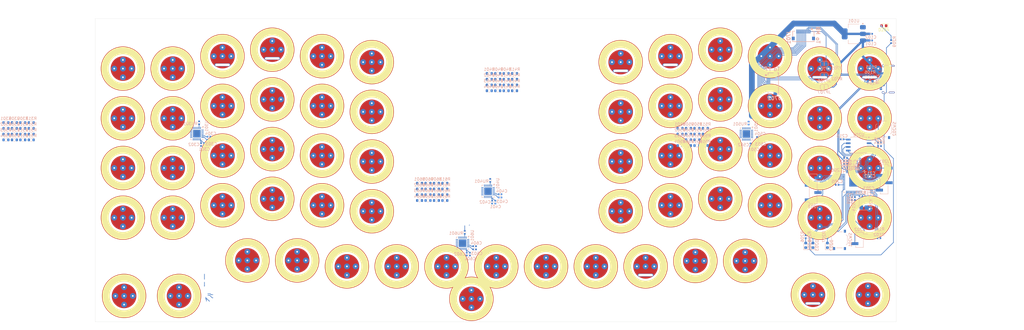
<source format=kicad_pcb>
(kicad_pcb (version 20240108) (generator "pcbnew") (generator_version "8.0")
  (layers (0 "F.Cu" signal) (31 "B.Cu" signal) (34 "B.Paste" user) (35 "F.Paste" user) (36 "B.SilkS" user "B.Silkscreen") (37 "F.SilkS" user "F.Silkscreen") (38 "B.Mask" user) (39 "F.Mask" user) (44 "Edge.Cuts" user))
  (net 0 "")
  (net 1 "+3V3")
  (net 2 "GND")
  (net 3 "VBUS")
  (net 4 "Net-(U201-USB_DM)")
  (net 8 "+1V1")
  (net 12 "Net-(U201-XIN)")
  (net 13 "Net-(U201-XOUT)")
  (net 17 "Net-(U201-USB_DP)")
  (net 22 "/Microcontroller/QSPI_SD2")
  (net 23 "/Microcontroller/QSPI_SD1")
  (net 24 "/Microcontroller/QSPI_SD3")
  (net 25 "/Microcontroller/QSPI_SCLK")
  (net 26 "/Microcontroller/QSPI_SD0")
  (net 27 "/Microcontroller/QSPI_SS")
  (net 28 "Net-(U301-CS5)")
  (net 29 "Net-(U301-CS0)")
  (net 30 "Net-(U301-CS13)")
  (net 31 "Net-(U301-CS7)")
  (net 32 "Net-(U301-CS14)")
  (net 33 "Net-(U301-CS6)")
  (net 34 "Net-(U301-CMOD)")
  (net 35 "Net-(U301-CS10)")
  (net 36 "Net-(U301-CS8)")
  (net 37 "Net-(U301-CS9)")
  (net 38 "/Cap_Sense_16_Channels_0/CAP_SENSE_HOST_INTERRUPT")
  (net 39 "Net-(U301-CS12)")
  (net 40 "/I2C_SDA")
  (net 41 "/I2C_SCL")
  (net 42 "Net-(U301-VCC)")
  (net 43 "Net-(U301-CS11)")
  (net 44 "Net-(U301-CS2)")
  (net 46 "Net-(U301-CS3)")
  (net 47 "Net-(U301-CS1)")
  (net 48 "Net-(U301-CS15)")
  (net 49 "Net-(U301-CS4)")
  (net 50 "Net-(U401-CS15)")
  (net 51 "Net-(U401-VCC)")
  (net 52 "Net-(U401-CS9)")
  (net 53 "Net-(U401-CS8)")
  (net 54 "Net-(U401-CS3)")
  (net 55 "Net-(U401-CS0)")
  (net 56 "Net-(U401-CS13)")
  (net 57 "Net-(U401-CMOD)")
  (net 58 "Net-(U401-CS7)")
  (net 59 "Net-(U401-CS10)")
  (net 60 "Net-(U401-CS4)")
  (net 61 "Net-(U401-CS14)")
  (net 62 "Net-(U401-CS6)")
  (net 63 "Net-(U401-CS1)")
  (net 64 "Net-(U401-CS11)")
  (net 65 "Net-(U401-CS2)")
  (net 66 "Net-(U401-CS5)")
  (net 68 "Net-(U401-CS12)")
  (net 69 "/Cap_Sense_16_Channels_1/CAP_SENSE_HOST_INTERRUPT")
  (net 70 "Net-(U501-CS0)")
  (net 71 "Net-(U501-CS2)")
  (net 72 "Net-(U501-CS15)")
  (net 73 "Net-(U501-CS8)")
  (net 74 "Net-(U501-CS4)")
  (net 75 "Net-(U501-CS10)")
  (net 77 "Net-(U501-CS5)")
  (net 78 "Net-(U501-CS7)")
  (net 79 "Net-(U501-CS1)")
  (net 80 "Net-(U501-CS13)")
  (net 81 "Net-(U501-CS6)")
  (net 82 "Net-(U501-CS12)")
  (net 83 "Net-(U501-VCC)")
  (net 84 "Net-(U501-CS9)")
  (net 85 "/Cap_Sense_16_Channels_2/CAP_SENSE_HOST_INTERRUPT")
  (net 86 "Net-(U501-CS14)")
  (net 87 "Net-(U501-CMOD)")
  (net 88 "Net-(U501-CS11)")
  (net 89 "Net-(U501-CS3)")
  (net 90 "Net-(U601-CS8)")
  (net 91 "Net-(U601-CS7)")
  (net 92 "Net-(U601-CS14)")
  (net 93 "Net-(U601-CS3)")
  (net 94 "Net-(U601-CS13)")
  (net 95 "Net-(U601-CS15)")
  (net 96 "Net-(U601-CS12)")
  (net 97 "Net-(U601-CS2)")
  (net 98 "Net-(U601-CS0)")
  (net 99 "Net-(U601-CS4)")
  (net 101 "Net-(U601-VCC)")
  (net 102 "/Cap_Sense_16_Channels_3/CAP_SENSE_HOST_INTERRUPT")
  (net 103 "Net-(U601-CS5)")
  (net 104 "Net-(U601-CS11)")
  (net 105 "Net-(U601-CS1)")
  (net 106 "Net-(U601-CMOD)")
  (net 107 "Net-(U601-CS6)")
  (net 108 "Net-(U601-CS10)")
  (net 109 "Net-(U601-CS9)")
  (net 110 "Net-(D201-A)")
  (net 111 "Net-(D202-A)")
  (net 112 "Net-(D203-A)")
  (net 113 "Net-(D204-A)")
  (net 114 "/USB_DP")
  (net 115 "/USB_DM")
  (net 116 "Net-(J101-CC1)")
  (net 117 "Net-(J101-CC2)")
  (net 118 "Net-(J202-Pin_1)")
  (net 119 "Net-(J202-Pin_2)")
  (net 120 "/Microcontroller/GPIO3")
  (net 121 "/Microcontroller/GPIO2")
  (net 122 "/Microcontroller/GPIO1_UART0_RX")
  (net 123 "/Microcontroller/GPIO0_UART0_TX")
  (net 124 "Net-(K301-Pad1)")
  (net 125 "Net-(K302-Pad1)")
  (net 126 "Net-(K303-Pad1)")
  (net 127 "Net-(K304-Pad1)")
  (net 128 "Net-(K305-Pad1)")
  (net 129 "Net-(K306-Pad1)")
  (net 130 "Net-(K307-Pad1)")
  (net 131 "Net-(K308-Pad1)")
  (net 132 "Net-(K309-Pad1)")
  (net 133 "Net-(K310-Pad1)")
  (net 134 "Net-(K311-Pad1)")
  (net 135 "Net-(K312-Pad1)")
  (net 136 "Net-(K313-Pad1)")
  (net 137 "Net-(K314-Pad1)")
  (net 138 "Net-(K315-Pad1)")
  (net 139 "Net-(K316-Pad1)")
  (net 140 "Net-(K401-Pad1)")
  (net 141 "Net-(K402-Pad1)")
  (net 142 "Net-(K403-Pad1)")
  (net 143 "Net-(K404-Pad1)")
  (net 144 "Net-(K405-Pad1)")
  (net 145 "Net-(K406-Pad1)")
  (net 146 "Net-(K407-Pad1)")
  (net 147 "Net-(K408-Pad1)")
  (net 148 "Net-(K409-Pad1)")
  (net 149 "Net-(K410-Pad1)")
  (net 150 "Net-(K411-Pad1)")
  (net 151 "Net-(K412-Pad1)")
  (net 152 "Net-(K413-Pad1)")
  (net 153 "Net-(K414-Pad1)")
  (net 154 "Net-(K415-Pad1)")
  (net 155 "Net-(K416-Pad1)")
  (net 156 "Net-(K501-Pad1)")
  (net 157 "Net-(K502-Pad1)")
  (net 158 "Net-(K503-Pad1)")
  (net 159 "Net-(K504-Pad1)")
  (net 160 "Net-(K505-Pad1)")
  (net 161 "Net-(K506-Pad1)")
  (net 162 "Net-(K507-Pad1)")
  (net 163 "Net-(K508-Pad1)")
  (net 164 "Net-(K509-Pad1)")
  (net 165 "Net-(K510-Pad1)")
  (net 166 "Net-(K511-Pad1)")
  (net 167 "Net-(K512-Pad1)")
  (net 168 "Net-(K513-Pad1)")
  (net 169 "Net-(K514-Pad1)")
  (net 170 "Net-(K515-Pad1)")
  (net 171 "Net-(K516-Pad1)")
  (net 172 "Net-(K601-Pad1)")
  (net 173 "Net-(K602-Pad1)")
  (net 174 "Net-(K603-Pad1)")
  (net 175 "Net-(K604-Pad1)")
  (net 176 "Net-(K605-Pad1)")
  (net 177 "Net-(K606-Pad1)")
  (net 178 "Net-(K607-Pad1)")
  (net 179 "Net-(K608-Pad1)")
  (net 180 "Net-(K609-Pad1)")
  (net 181 "Net-(K610-Pad1)")
  (net 182 "Net-(K611-Pad1)")
  (net 183 "Net-(K612-Pad1)")
  (net 184 "Net-(K613-Pad1)")
  (net 185 "Net-(K614-Pad1)")
  (net 186 "Net-(K615-Pad1)")
  (net 187 "Net-(K616-Pad1)")
  (net 188 "/Microcontroller/GPIO16_LED")
  (net 189 "/Microcontroller/GPIO17_LED")
  (net 190 "/Microcontroller/GPIO18_LED")
  (net 191 "Net-(U201-RUN)")
  (net 194 "Net-(C214-Pad2)")
  (net 195 "Net-(J203-Pin_4)")
  (net 196 "Net-(J203-Pin_1)")
  (net 197 "Net-(J203-Pin_3)")
  (net 198 "Net-(J203-Pin_2)")
  (net 199 "Net-(R205-Pad1)")
  (net 200 "/Framework_Connectors/FW_FINGERPRINT_P08")
  (net 201 "/Framework_Connectors/FW_FINGERPRINT_P10")
  (net 202 "/Framework_Connectors/FW_FINGERPRINT_P06")
  (net 203 "/Framework_Connectors/FW_FINGERPRINT_P07")
  (net 204 "/Framework_Connectors/FW_FINGERPRINT_P05")
  (net 205 "/Framework_Connectors/FW_FINGERPRINT_P09")
  (net 206 "/Framework_Connectors/FW_FINGERPRINT_P01")
  (net 207 "/Framework_Connectors/FW_FINGERPRINT_P02")
  (net 208 "Net-(J702-Pin_3)")
  (net 209 "Net-(J702-Pin_2)")
  (net 210 "Net-(J702-Pin_1)")
  (net 211 "Net-(J101-D+-PadA6)")
  (net 212 "Net-(J101-D--PadA7)")
  (footprint "SolidKey1_Footprints:KeySwitch1_General" (layer "F.Cu") (at 253.171875 50.232604)
    (property "Reference" "K506" (hide yes))
    (property "Value" "TouchPoint" (hide yes))
  )
  (footprint "SolidKey1_Footprints:KeySwitch1_Index" (layer "F.Cu") (at 268 115.6)
    (property "Reference" "K613" (hide yes))
    (property "Value" "TouchPoint")
  )
  (footprint "SolidKey1_Footprints:KeySwitch1_General" (layer "F.Cu") (at 201.578125 86.692187)
    (property "Reference" "K412" (hide yes))
    (property "Value" "TouchPoint" (hide yes))
  )
  (footprint "SolidKey1_Footprints:KeySwitch1_General" (layer "F.Cu") (at 253.171875 84.628437)
    (property "Reference" "K508" (hide yes))
    (property "Value" "TouchPoint" (hide yes))
  )
  (footprint "SolidKey1_Footprints:KeySwitch1_General" (layer "F.Cu") (at 106.989583 105.781875)
    (property "Reference" "K603" (hide yes))
    (property "Value" "TouchPoint" (hide yes))
  )
  (footprint "SolidKey1_Footprints:KeySwitch1_General" (layer "F.Cu") (at 150 117)
    (property "Reference" "K612" (hide yes))
    (property "Value" "TouchPoint" (hide yes))
  )
  (footprint "SolidKey1_Footprints:KeySwitch1_General" (layer "F.Cu") (at 270.369791 88.927916)
    (property "Reference" "K512" (hide yes))
    (property "Value" "TouchPoint" (hide yes))
  )
  (footprint "SolidKey1_Footprints:KeySwitch1_General" (layer "F.Cu") (at 29.598958 37.334166)
    (property "Reference" "K301" (hide yes))
    (property "Value" "TouchPoint" (hide yes))
  )
  (footprint "SolidKey1_Footprints:KeySwitch1_Index" (layer "F.Cu") (at 287.567708 37.334166)
    (property "Reference" "K513" (hide yes))
    (property "Value" "TouchPoint")
  )
  (footprint "SolidKey1_Footprints:KeySwitch1_General" (layer "F.Cu") (at 29.598958 54.532083)
    (property "Reference" "K302" (hide yes))
    (property "Value" "TouchPoint" (hide yes))
  )
  (footprint "SolidKey1_Footprints:KeySwitch1_General" (layer "F.Cu") (at 235.973958 47.996875)
    (property "Reference" "K502" (hide yes))
    (property "Value" "TouchPoint" (hide yes))
  )
  (footprint "LED_SMD:LED_0603_1608Metric" (layer "F.Cu") (at 292.5 22.5 180)
    (property "Reference" "D204")
    (property "Value" "LED")
  )
  (footprint "SolidKey1_Footprints:KeySwitch1_General" (layer "F.Cu") (at 287.567708 71.73)
    (property "Reference" "K515" (hide yes))
    (property "Value" "TouchPoint" (hide yes))
  )
  (footprint "SolidKey1_Footprints:KeySwitch1_General" (layer "F.Cu") (at 192.979166 105.781875)
    (property "Reference" "K608" (hide yes))
    (property "Value" "TouchPoint" (hide yes))
  )
  (footprint "SolidKey1_Footprints:KeySwitch1_Index" (layer "F.Cu") (at 81.192708 30.798958)
    (property "Reference" "K313" (hide yes))
    (property "Value" "TouchPoint")
  )
  (footprint "SolidKey1_Footprints:KeySwitch1_General" (layer "F.Cu") (at 124.1875 105.781875)
    (property "Reference" "K604" (hide yes))
    (property "Value" "TouchPoint" (hide yes))
  )
  (footprint "SolidKey1_Footprints:KeySwitch1_General" (layer "F.Cu") (at 115.588541 52.296354)
    (property "Reference" "K406" (hide yes))
    (property "Value" "TouchPoint" (hide yes))
  )
  (footprint "SolidKey1_Footprints:KeySwitch1_Index" (layer "F.Cu") (at 63.994791 33.034687)
    (property "Reference" "K309" (hide yes))
    (property "Value" "TouchPoint")
  )
  (footprint "SolidKey1_Footprints:KeySwitch1_General" (layer "F.Cu") (at 235.973958 65.194791)
    (property "Reference" "K503" (hide yes))
    (property "Value" "TouchPoint" (hide yes))
  )
  (footprint "SolidKey1_Footprints:KeySwitch1_General" (layer "F.Cu") (at 235.973958 30.798958)
    (property "Reference" "K501" (hide yes))
    (property "Value" "TouchPoint" (hide yes))
  )
  (footprint "SolidKey1_Footprints:KeySwitch1_General" (layer "F.Cu") (at 29.598958 88.927916)
    (property "Reference" "K304" (hide yes))
    (property "Value" "TouchPoint" (hide yes))
  )
  (footprint "SolidKey1_Footprints:KeySwitch1_General" (layer "F.Cu") (at 49 116)
    (property "Reference" "K616" (hide yes))
    (property "Value" "TouchPoint" (hide yes))
  )
  (footprint "SolidKey1_Footprints:KeySwitch1_General" (layer "F.Cu") (at 63.994791 67.43052)
    (property "Reference" "K311" (hide yes))
    (property "Value" "TouchPoint" (hide yes))
  )
  (footprint "SolidKey1_Footprints:KeySwitch1_General" (layer "F.Cu") (at 63.994791 84.628437)
    (property "Reference" "K312" (hide yes))
    (property "Value" "TouchPoint" (hide yes))
  )
  (footprint "SolidKey1_Footprints:KeySwitch1_General" (layer "F.Cu") (at 29.598958 71.73)
    (property "Reference" "K303" (hide yes))
    (property "Value" "TouchPoint" (hide yes))
  )
  (footprint "SolidKey1_Footprints:KeySwitch1_General" (layer "F.Cu") (at 46.796875 37.334166)
    (property "Reference" "K305" (hide yes))
    (property "Value" "TouchPoint" (hide yes))
  )
  (footprint "SolidKey1_Footprints:KeySwitch1_General" (layer "F.Cu") (at 287 115.6)
    (property "Reference" "K614" (hide yes))
    (property "Value" "TouchPoint" (hide yes))
  )
  (footprint "SolidKey1_Footprints:KeySwitch1_Index" (layer "F.Cu") (at 201.578125 35.098437)
    (property "Reference" "K409" (hide yes))
    (property "Value" "TouchPoint")
  )
  (footprint "SolidKey1_Footprints:KeySwitch1_Index" (layer "F.Cu") (at 270.369791 37.334166)
    (property "Reference" "K509" (hide yes))
    (property "Value" "TouchPoint")
  )
  (footprint "SolidKey1_Footprints:KeySwitch1_General" (layer "F.Cu") (at 98.390625 84.628437)
    (property "Reference" "K404" (hide yes))
    (property "Value" "TouchPoint" (hide yes))
  )
  (footprint "SolidKey1_Footprints:KeySwitch1_General" (layer "F.Cu") (at 98.390625 33.034687)
    (property "Reference" "K401" (hide yes))
    (property "Value" "TouchPoint" (hide yes))
  )
  (footprint "SolidKey1_Footprints:KeySwitch1_General" (layer "F.Cu") (at 89.791666 103.718125)
    (property "Reference" "K602" (hide yes))
    (property "Value" "TouchPoint" (hide yes))
  )
  (footprint "SolidKey1_Footprints:KeySwitch1_General" (layer "F.Cu") (at 244.572916 103.890104)
    (property "Reference" "K611" (hide yes))
    (property "Value" "TouchPoint" (hide yes))
  )
  (footprint "SolidKey1_Footprints:KeySwitch1_General" (layer "F.Cu") (at 287.567708 54.532083)
    (property "Reference" "K514" (hide yes))
    (property "Value" "TouchPoint" (hide yes))
  )
  (footprint "SolidKey1_Footprints:KeySwitch1_General" (layer "F.Cu") (at 46.796875 88.927916)
    (property "Reference" "K308" (hide yes))
    (property "Value" "TouchPoint" (hide yes))
  )
  (footprint "SolidKey1_Footprints:KeySwitch1_General" (layer "F.Cu") (at 98.390625 67.43052)
    (property "Reference" "K403" (hide yes))
    (property "Value" "TouchPoint" (hide yes))
  )
  (footprint "SolidKey1_Footprints:KeySwitch1_General" (layer "F.Cu") (at 30 116)
    (property "Reference" "K615" (hide yes))
    (property "Value" "TouchPoint" (hide yes))
  )
  (footprint "SolidKey1_Footprints:KeySwitch1_General" (layer "F.Cu") (at 81.192708 82.392708)
    (property "Reference" "K316" (hide yes))
    (property "Value" "TouchPoint" (hide yes))
  )
  (footprint "SolidKey1_Footprints:KeySwitch1_General" (layer "F.Cu") (at 287.567708 88.927916)
    (property "Reference" "K516" (hide yes))
    (property "Value" "TouchPoint" (hide yes))
  )
  (footprint "SolidKey1_Footprints:KeySwitch1_General" (layer "F.Cu") (at 201.578125 52.296354)
    (property "Reference" "K410" (hide yes))
    (property "Value" "TouchPoint" (hide yes))
  )
  (footprint "SolidKey1_Footprints:KeySwitch1_General" (layer "F.Cu") (at 46.796875 54.532083)
    (property "Reference" "K306" (hide yes))
    (property "Value" "TouchPoint" (hide yes))
  )
  (footprint "SolidKey1_Footprints:KeySwitch1_General" (layer "F.Cu") (at 218.776041 67.43052)
    (property "Reference" "K415" (hide yes))
    (property "Value" "TouchPoint" (hide yes))
  )
  (footprint "SolidKey1_Footprints:KeySwitch1_General" (layer "F.Cu") (at 270.369791 71.73)
    (property "Reference" "K511" (hide yes))
    (property "Value" "TouchPoint" (hide yes))
  )
  (footprint "SolidKey1_Footprints:KeySwitch1_General" (layer "F.Cu") (at 98.390625 50.232604)
    (property "Reference" "K402" (hide yes))
    (property "Value" "TouchPoint" (hide yes))
  )
  (footprint "SolidKey1_Footprints:KeySwitch1_General" (layer "F.Cu") (at 235.973958 82.392708)
    (property "Reference" "K504" (hide yes))
    (property "Value" "TouchPoint" (hide yes))
  )
  (footprint "SolidKey1_Footprints:KeySwitch1_General" (layer "F.Cu") (at 46.796875 71.73)
    (property "Reference" "K307" (hide yes))
    (property "Value" "TouchPoint" (hide yes))
  )
  (footprint "SolidKey1_Footprints:KeySwitch1_Index" (layer "F.Cu") (at 218.776041 33.034687)
    (property "Reference" "K413" (hide yes))
    (property "Value" "TouchPoint")
  )
  (footprint "SolidKey1_Footprints:KeySwitch1_General" (layer "F.Cu") (at 115.588541 86.692187)
    (property "Reference" "K408" (hide yes))
    (property "Value" "TouchPoint" (hide yes))
  )
  (footprint "SolidKey1_Footprints:KeySwitch1_General" (layer "F.Cu") (at 115.588541 35.098437)
    (property "Reference" "K405" (hide yes))
    (property "Value" "TouchPoint" (hide yes))
  )
  (footprint "SolidKey1_Footprints:KeySwitch1_General" (layer "F.Cu") (at 175.78125 105.781875)
    (property "Reference" "K607" (hide yes))
    (property "Value" "TouchPoint" (hide yes))
  )
  (footprint "SolidKey1_Footprints:KeySwitch1_General" (layer "F.Cu") (at 63.994791 50.232604)
    (property "Reference" "K310" (hide yes))
    (property "Value" "TouchPoint" (hide yes))
  )
  (footprint "SolidKey1_Footprints:KeySwitch1_Index" (layer "F.Cu") (at 210.177083 105.781875)
    (property "Reference" "K609" (hide yes))
    (property "Value" "TouchPoint")
  )
  (footprint "SolidKey1_Footprints:KeySwitch1_General" (layer "F.Cu") (at 201.578125 69.49427)
    (property "Reference" "K411" (hide yes))
    (property "Value" "TouchPoint" (hide yes))
  )
  (footprint "SolidKey1_Footprints:KeySwitch1_General" (layer "F.Cu") (at 218.776041 50.232604)
    (property "Reference" "K414" (hide yes))
    (property "Value" "TouchPoint" (hide yes))
  )
  (footprint "SolidKey1_Footprints:KeySwitch1_General" (layer "F.Cu") (at 141.385416 105.781875)
    (property "Reference" "K605" (hide yes))
    (property "Value" "TouchPoint" (hide yes))
  )
  (footprint "SolidKey1_Footprints:KeySwitch1_General" (layer "F.Cu") (at 270.369791 54.532083)
    (property "Reference" "K510" (hide yes))
    (property "Value" "TouchPoint" (hide yes))
  )
  (footprint "SolidKey1_Footprints:KeySwitch1_General" (layer "F.Cu") (at 253.171875 67.43052)
    (property "Reference" "K507" (hide yes))
    (property "Value" "TouchPoint" (hide yes))
  )
  (footprint "SolidKey1_Footprints:KeySwitch1_General" (layer "F.Cu") (at 72.59375 103.718125)
    (property "Reference" "K601" (hide yes))
    (property "Value" "TouchPoint" (hide yes))
  )
  (footprint "SolidKey1_Footprints:KeySwitch1_General" (layer "F.Cu") (at 253.171875 33.034687)
    (property "Reference" "K505" (hide yes))
    (property "Value" "TouchPoint" (hide yes))
  )
  (footprint "SolidKey1_Footprints:KeySwitch1_General" (layer "F.Cu") (at 158.583333 105.781875)
    (property "Reference" "K606" (hide yes))
    (property "Value" "TouchPoint" (hide yes))
  )
  (footprint "SolidKey1_Footprints:KeySwitch1_General" (layer "F.Cu") (at 81.192708 65.194791)
    (property "Reference" "K315" (hide yes))
    (property "Value" "TouchPoint" (hide yes))
  )
  (footprint "SolidKey1_Footprints:KeySwitch1_General" (layer "F.Cu") (at 115.588541 69.49427)
    (property "Reference" "K407" (hide yes))
    (property "Value" "TouchPoint" (hide yes))
  )
  (footprint "SolidKey1_Footprints:KeySwitch1_General" (layer "F.Cu") (at 81.192708 47.996875)
    (property "Reference" "K314" (hide yes))
    (property "Value" "TouchPoint" (hide yes))
  )
  (footprint "SolidKey1_Footprints:KeySwitch1_General" (layer "F.Cu") (at 218.776041 84.628437)
    (property "Reference" "K416" (hide yes))
    (property "Value" "TouchPoint" (hide yes))
  )
  (footprint "SolidKey1_Footprints:KeySwitch1_General" (layer "F.Cu") (at 227.375 103.890104)
    (property "Reference" "K610" (hide yes))
    (property "Value" "TouchPoint" (hide yes))
  )
  (footprint "Resistor_SMD:R_0603_1608Metric" (layer "B.Cu") (at 156.18 43.01 180)
    (property "Reference" "R403")
    (property "Value" "560")
  )
  (footprint "Resistor_SMD:R_0603_1608Metric" (layer "B.Cu") (at 159.09 41.02 180)
    (property "Reference" "R406")
    (property "Value" "560")
  )
  (footprint "Resistor_SMD:R_0603_1608Metric" (layer "B.Cu") (at 140.82 79 180)
    (property "Reference" "R614")
    (property "Value" "560")
  )
  (footprint "Resistor_SMD:R_0603_1608Metric" (layer "B.Cu") (at 225 59.99 180)
    (property "Reference" "R506")
    (property "Value" "560")
  )
  (footprint "Capacitor_SMD:C_0402_1005Metric" (layer "B.Cu") (at 288 25.3)
    (property "Reference" "C102")
    (property "Value" "10u")
  )
  (footprint "Resistor_SMD:R_0603_1608Metric" (layer "B.Cu") (at -2.09 60.01 180)
    (property "Reference" "R315")
    (property "Value" "560")
  )
  (footprint "Resistor_SMD:R_0603_1608Metric" (layer "B.Cu") (at 227.91 58 180)
    (property "Reference" "R509")
    (property "Value" "560")
  )
  (footprint "Resistor_SMD:R_0603_1608Metric" (layer "B.Cu") (at 225 58 180)
    (property "Reference" "R505")
    (property "Value" "560")
  )
  (footprint "Capacitor_SMD:C_0402_1005Metric" (layer "B.Cu") (at 282.5 70.75 90)
    (property "Reference" "C208")
    (property "Value" "100n")
  )
  (footprint "Resistor_SMD:R_0402_1005Metric" (layer "B.Cu") (at 291.01 64.15 180)
    (property "Reference" "R204")
    (property "Value" "10k")
  )
  (footprint "Resistor_SMD:R_0402_1005Metric" (layer "B.Cu") (at 279.26 69.25)
    (property "Reference" "R202")
    (property "Value" "27.4")
  )
  (footprint "Capacitor_SMD:C_0402_1005Metric" (layer "B.Cu") (at 247.5375 63.72 -90)
    (property "Reference" "C501")
    (property "Value" "1u")
  )
  (footprint "Button_Switch_SMD:SW_Push_1P1T_XKB_TS-1187A" (layer "B.Cu") (at 292.425 58.2 90)
    (property "Reference" "SW202")
    (property "Value" "BOOT_SEL")
  )
  (footprint "Resistor_SMD:R_0603_1608Metric" (layer "B.Cu") (at -2.09 56.03 180)
    (property "Reference" "R313")
    (property "Value" "560")
  )
  (footprint "Connector_USB:USB_C_Receptacle_G-Switch_GT-USB-7025" (layer "B.Cu") (at 294.93 40.99 -90)
    (property "Reference" "J101")
    (property "Value" "USB_C_Receptacle_USB2.0_16P")
  )
  (footprint "Resistor_SMD:R_0603_1608Metric" (layer "B.Cu") (at 137.91 80.99 180)
    (property "Reference" "R611")
    (property "Value" "560")
  )
  (footprint "Resistor_SMD:R_0402_1005Metric" (layer "B.Cu") (at 290.96 62.9 180)
    (property "Reference" "R205")
    (property "Value" "1k")
  )
  (footprint "Resistor_SMD:R_0603_1608Metric" (layer "B.Cu") (at -2.09 62 180)
    (property "Reference" "R316")
    (property "Value" "560")
  )
  (footprint "Capacitor_SMD:C_0402_1005Metric" (layer "B.Cu") (at 59.3175 60.9)
    (property "Reference" "C304")
    (property "Value" "2n2")
  )
  (footprint "Capacitor_SMD:C_0402_1005Metric" (layer "B.Cu") (at 283.2 84.8 -90)
    (property "Reference" "C214")
    (property "Value" "15p")
  )
  (footprint "Capacitor_SMD:C_0402_1005Metric" (layer "B.Cu") (at 281.5 70.75 90)
    (property "Reference" "C201")
    (property "Value" "100n")
  )
  (footprint "Resistor_SMD:R_0603_1608Metric" (layer "B.Cu") (at 156.18 41.02 180)
    (property "Reference" "R402")
    (property "Value" "560")
  )
  (footprint "Capacitor_SMD:C_0402_1005Metric" (layer "B.Cu") (at 287.63 72.395)
    (property "Reference" "C212")
    (property "Value" "10u")
  )
  (footprint "Capacitor_SMD:C_0402_1005Metric" (layer "B.Cu") (at 159.905 80.82)
    (property "Reference" "C404")
    (property "Value" "2n2")
  )
  (footprint "Capacitor_SMD:C_0402_1005Metric" (layer "B.Cu") (at 59.3175 62)
    (property "Reference" "C303")
    (property "Value" "100n")
  )
  (footprint "Resistor_SMD:R_0603_1608Metric" (layer "B.Cu") (at 287.75 41.75 180)
    (property "Reference" "R105")
    (property "Value" "0")
  )
  (footprint "Resistor_SMD:R_0603_1608Metric" (layer "B.Cu") (at -10.82 56.03 180)
    (property "Reference" "R301")
    (property "Value" "560")
  )
  (footprint "Resistor_SMD:R_0603_1608Metric" (layer "B.Cu") (at -7.91 60.01 180)
    (property "Reference" "R307")
    (property "Value" "560")
  )
  (footprint "Resistor_SMD:R_0603_1608Metric" (layer "B.Cu") (at 276.25 35.75)
    (property "Reference" "R701")
    (property "Value" "0")
  )
  (footprint "Resistor_SMD:R_0603_1608Metric" (layer "B.Cu") (at 162 39.03 180)
    (property "Reference" "R409")
    (property "Value" "560")
  )
  (footprint "Resistor_SMD:R_0603_1608Metric" (layer "B.Cu") (at 135 77.01 180)
    (property "Reference" "R605")
    (property "Value" "560")
  )
  (footprint "Resistor_SMD:R_0603_1608Metric" (layer "B.Cu") (at -7.91 62 180)
    (property "Reference" "R308")
    (property "Value" "560")
  )
  (footprint "Resistor_SMD:R_0603_1608Metric" (layer "B.Cu") (at 132.09 77.01 180)
    (property "Reference" "R601")
    (property "Value" "560")
  )
  (footprint "Resistor_SMD:R_0603_1608Metric" (layer "B.Cu") (at 225 63.97 180)
    (property "Reference" "R508")
    (property "Value" "560")
  )
  (footprint "Resistor_SMD:R_0603_1608Metric" (layer "B.Cu") (at 137.91 79 180)
    (property "Reference" "R610")
    (property "Value" "560")
  )
  (footprint "Resistor_SMD:R_0603_1608Metric" (layer "B.Cu") (at -10.82 60.01 180)
    (property "Reference" "R303")
    (property "Value" "560")
  )
  (footprint "Resistor_SMD:R_0603_1608Metric" (layer "B.Cu") (at 222.09 63.97 180)
    (property "Reference" "R504")
    (property "Value" "560")
  )
  (footprint "Resistor_SMD:R_0603_1608Metric" (layer "B.Cu") (at 140.82 77.01 180)
    (property "Reference" "R613")
    (property "Value" "560")
  )
  (footprint "LED_SMD:LED_0603_1608Metric" (layer "B.Cu") (at 268 98.5 90)
    (property "Reference" "D203")
    (property "Value" "LED")
  )
  (footprint "Resistor_SMD:R_0402_1005Metric" (layer "B.Cu") (at 288.25 38 180)
    (property "Reference" "R103")
    (property "Value" "5k1")
  )
  (footprint "Resistor_SMD:R_0603_1608Metric" (layer "B.Cu") (at -7.91 56.03 180)
    (property "Reference" "R305")
    (property "Value" "560")
  )
  (footprint "Resistor_SMD:R_0603_1608Metric" (layer "B.Cu") (at 227.91 63.97 180)
    (property "Reference" "R512")
    (property "Value" "560")
  )
  (footprint "Resistor_SMD:R_0603_1608Metric" (layer "B.Cu") (at -5 58.02 180)
    (property "Reference" "R310")
    (property "Value" "560")
  )
  (footprint "Package_SO:SOIC-8_5.23x5.23mm_P1.27mm" (layer "B.Cu") (at 283.8 63.8 180)
    (property "Reference" "U202")
    (property "Value" "W25Q128JVS")
  )
  (footprint "LED_SMD:LED_0603_1608Metric" (layer "B.Cu") (at 265.5 98.5 90)
    (property "Reference" "D201")
    (property "Value" "LED")
  )
  (footprint "Resistor_SMD:R_0603_1608Metric" (layer "B.Cu") (at 156.18 39.03 180)
    (property "Reference" "R401")
    (property "Value" "560")
  )
  (footprint "SolidKey1_Footprints:SolderJumper-2_P1.3mm_Open_XSilk_RoundedPad1.0x1.5mm" (layer "B.Cu") (at 271.9 43.75)
    (property "Reference" "JP707")
    (property "Value" "Jumper_2_Open")
  )
  (footprint "Resistor_SMD:R_0603_1608Metric" (layer "B.Cu") (at 225 61.98 180)
    (property "Reference" "R507")
    (property "Value" "560")
  )
  (footprint "Resistor_SMD:R_0603_1608Metric" (layer "B.Cu") (at -2.09 58.02 180)
    (property "Reference" "R314")
    (property "Value" "560")
  )
  (footprint "Capacitor_SMD:C_0402_1005Metric" (layer "B.Cu") (at 278.85 70.795 90)
    (property "Reference" "C211")
    (property "Value" "1u")
  )
  (footprint "Capacitor_SMD:C_0402_1005Metric" (layer "B.Cu") (at 288 27.6)
    (property "Reference" "C101")
    (property "Value" "10u")
  )
  (footprint "Resistor_SMD:R_0603_1608Metric" (layer "B.Cu") (at 159.09 43.01 180)
    (property "Reference" "R407")
    (property "Value" "560")
  )
  (footprint "Resistor_SMD:R_0603_1608Metric" (layer "B.Cu") (at -10.82 58.02 180)
    (property "Reference" "R302")
    (property "Value" "560")
  )
  (footprint "Capacitor_SMD:C_0402_1005Metric" (layer "B.Cu") (at 151.105 99.9)
    (property "Reference" "C603")
    (property "Value" "100n")
  )
  (footprint "Button_Switch_SMD:SW_Push_1P1T_XKB_TS-1187A" (layer "B.Cu") (at 277.175 96.6 90)
    (property "Reference" "SW201")
    (property "Value" "RUN/RESET")
  )
  (footprint "Resistor_SMD:R_0603_1608Metric" (layer "B.Cu") (at 164.91 43.01 180)
    (property "Reference" "R415")
    (property "Value" "560")
  )
  (footprint "Capacitor_SMD:C_0402_1005Metric" (layer "B.Cu") (at 159.905 81.92)
    (property "Reference" "C403")
    (property "Value" "100n")
  )
  (footprint "Capacitor_SMD:C_0402_1005Metric" (layer "B.Cu") (at 56.5875 63.62 -90)
    (property "Reference" "C302")
    (property "Value" "100n")
  )
  (footprint "Resistor_SMD:R_0603_1608Metric" (layer "B.Cu") (at 230.82 59.99 180)
    (property "Reference" "R514")
    (property "Value" "560")
  )
  (footprint "Capacitor_SMD:C_0402_1005Metric" (layer "B.Cu") (at 276.25 73.595 180)
    (property "Reference" "C206")
    (property "Value" "100n")
  )
  (footprint "Resistor_SMD:R_0603_1608Metric" (layer "B.Cu") (at 222.09 59.99 180)
    (property "Reference" "R502")
    (property "Value" "560")
  )
  (footprint "Resistor_SMD:R_0402_1005Metric" (layer "B.Cu") (at 290.81 96 180)
    (property "Reference" "R102")
    (property "Value" "3k3")
  )
  (footprint "Resistor_SMD:R_0603_1608Metric" (layer "B.Cu") (at 287.75 40 180)
    (property "Reference" "R106")
    (property "Value" "0")
  )
  (footprint "Resistor_SMD:R_0603_1608Metric" (layer "B.Cu") (at 164.91 45 180)
    (property "Reference" "R416")
    (property "Value" "560")
  )
  (footprint "Connector_PinHeader_2.54mm:PinHeader_1x02_P2.54mm_Vertical_SMD_Pin1Left" (layer "B.Cu") (at 284.105 96.63 180)
    (property "Reference" "J202")
    (property "Value" "Conn_01x02")
  )
  (footprint "Connector_PinHeader_2.54mm:PinHeader_1x04_P2.54mm_Vertical_SMD_Pin1Left" (layer "B.Cu") (at 292.605 75.57 180)
    (property "Reference" "J201")
    (property "Value" "Conn_01x04")
  )
  (footprint "Resistor_SMD:R_0402_1005Metric" (layer "B.Cu") (at 279.25 68.25)
    (property "Reference" "R201")
    (property "Value" "27.4")
  )
  (footprint "Resistor_SMD:R_0603_1608Metric" (layer "B.Cu") (at 162 43.01 180)
    (property "Reference" "R411")
    (property "Value" "560")
  )
  (footprint "Capacitor_SMD:C_0402_1005Metric" (layer "B.Cu") (at 287.45 81.55 180)
    (property "Reference" "C213")
    (property "Value" "15p")
  )
  (footprint "Resistor_SMD:R_0603_1608Metric" (layer "B.Cu") (at 132.09 80.99 180)
    (property "Reference" "R603")
    (property "Value" "560")
  )
  (footprint "Capacitor_SMD:C_0402_1005Metric" (layer "B.Cu") (at 278.08 61.8 180)
    (property "Reference" "C215")
    (property "Value" "100n")
  )
  (footprint "Resistor_SMD:R_0603_1608Metric" (layer "B.Cu") (at 162 41.02 180)
    (property "Reference" "R410")
    (property "Value" "560")
  )
  (footprint "Resistor_SMD:R_0603_1608Metric" (layer "B.Cu") (at 135 79 180)
    (property "Reference" "R606")
    (property "Value" "560")
  )
  (footprint "Capacitor_SMD:C_0402_1005Metric" (layer "B.Cu") (at 157.175 83.54 -90)
    (property "Reference" "C402")
    (property "Value" "100n")
  )
  (footprint "Resistor_SMD:R_0603_1608Metric" (layer "B.Cu") (at 135 80.99 180)
    (property "Reference" "R607")
    (property "Value" "560")
  )
  (footprint "LED_SMD:LED_0603_1608Metric" (layer "B.Cu") (at 273 98.5 90)
    (property "Reference" "D202")
    (property "Value" "LED")
  )
  (footprint "Resistor_SMD:R_0603_1608Metric" (layer "B.Cu") (at 230.82 61.98 180)
    (property "Reference" "R515")
    (property "Value" "560")
  )
  (footprint "Resistor_SMD:R_0603_1608Metric" (layer "B.Cu") (at 140.82 80.99 180)
    (property "Reference" "R615")
    (property "Value" "560")
  )
  (footprint "Capacitor_SMD:C_0402_1005Metric" (layer "B.Cu") (at 151.105 98.8)
    (property "Reference" "C604")
    (property "Value" "2n2")
  )
  (footprint "Resistor_SMD:R_0402_1005Metric" (layer "B.Cu") (at 295 28.01 90)
    (property "Reference" "R209")
    (property "Value" "5k1")
  )
  (footprint "Capacitor_SMD:C_0402_1005Metric" (layer "B.Cu") (at 158.275 83.54 -90)
    (property "Reference" "C401")
    (property "Value" "1u")
  )
  (footprint "Resistor_SMD:R_0603_1608Metric" (layer "B.Cu") (at -5 60.01 180)
    (property "Reference" "R311")
    (property "Value" "560")
  )
  (footprint "Resistor_SMD:R_0603_1608Metric" (layer "B.Cu") (at 159.09 45 180)
    (property "Reference" "R408")
    (property "Value" "560")
  )
  (footprint "Resistor_SMD:R_0603_1608Metric" (layer "B.Cu") (at 156.18 45 180)
    (property "Reference" "R404")
    (property "Value" "560")
  )
  (footprint "Package_DFN_QFN:QFN-24-1EP_4x4mm_P0.5mm_EP2.6x2.6mm" (layer "B.Cu") (at 155.7375 79.77 180)
    (property "Reference" "U401")
    (property "Value" "CY8CMBR3116")
  )
  (footprint "Capacitor_SMD:C_0402_1005Metric" (layer "B.Cu") (at 57.6875 63.62 -90)
    (property "Reference" "C301")
    (property "Value" "1u")
  )
  (footprint "Package_DFN_QFN:QFN-24-1EP_4x4mm_P0.5mm_EP2.6x2.6mm" (layer "B.Cu") (at 146.9375 97.75 180)
    (property "Reference" "U601")
    (property "Value" "CY8CMBR3116")
  )
  (footprint "SolidKey1_Footprints:SolderJumper-2_P1.3mm_Open_XSilk_RoundedPad1.0x1.5mm" (layer "B.Cu") (at 271.9 35.75)
    (property "Reference" "JP705")
    (property "Value" "Jumper_2_Open")
  )
  (footprint "Resistor_SMD:R_0603_1608Metric" (layer "B.Cu") (at 135 82.98 180)
    (property "Reference" "R608")
    (property "Value" "560")
  )
  (footprint "Resistor_SMD:R_0402_1005Metric" (layer "B.Cu") (at 245.7625 56.19 90)
    (property "Reference" "RU501")
    (property "Value" "3k3")
  )
  (footprint "Resistor_SMD:R_0603_1608Metric" (layer "B.Cu") (at 222.09 58 180)
    (property "Reference" "R501")
    (property "Value" "560")
  )
  (footprint "Resistor_SMD:R_0603_1608Metric" (layer "B.Cu") (at 159.09 39.03 180)
    (property "Reference" "R405")
    (property "Value" "560")
  )
  (footprint "Resistor_SMD:R_0603_1608Metric" (layer "B.Cu") (at 137.91 82.98 180)
    (property "Reference" "R612")
    (property "Value" "560")
  )
  (footprint "Resistor_SMD:R_0603_1608Metric" (layer "B.Cu") (at 227.91 59.99 180)
    (property "Reference" "R510")
    (property "Value" "560")
  )
  (footprint "Resistor_SMD:R_0603_1608Metric" (layer "B.Cu") (at 230.82 63.97 180)
    (property "Reference" "R516")
    (property "Value" "560")
  )
  (footprint "Resistor_SMD:R_0603_1608Metric" (layer "B.Cu") (at -5 56.03 180)
    (property "Reference" "R309")
    (property "Value" "560")
  )
  (footprint "SolidKey1_Footprints:046809610110846" (layer "B.Cu") (at 264.7 26.2 180)
    (property "Reference" "J701")
    (property "Value" "Conn_01x10_MountingPin" (hide yes))
  )
  (footprint "Capacitor_SMD:C_0402_1005Metric" (layer "B.Cu") (at 149.475 101.52 -90)
    (property "Reference" "C601")
    (property "Value" "1u")
  )
  (footprint "Resistor_SMD:R_0603_1608Metric" (layer "B.Cu") (at 230.82 58 180)
    (property "Reference" "R513")
    (property "Value" "560")
  )
  (footprint "Resistor_SMD:R_0603_1608Metric" (layer "B.Cu") (at -7.91 58.02 180)
    (property "Reference" "R306")
    (property "Value" "560")
  )
  (footprint "Capacitor_SMD:C_0402_1005Metric" (layer "B.Cu") (at 276.35 77.545 180)
    (property "Reference" "C205")
    (property "Value" "100n")
  )
  (footprint "Package_DFN_QFN:QFN-24-1EP_4x4mm_P0.5mm_EP2.6x2.6mm" (layer "B.Cu") (at 55.15 59.85 180)
    (property "Reference" "U301")
    (property "Value" "CY8CMBR3116")
  )
  (footprint "Capacitor_SMD:C_0402_1005Metric" (layer "B.Cu") (at 281.5 82.3 -90)
    (property "Reference" "C209")
    (property "Value" "100n")
  )
  (footprint "Capacitor_SMD:C_0402_1005Metric" (layer "B.Cu") (at 148.375 101.52 -90)
    (property "Reference" "C602")
    (property "Value" "100n")
  )
  (footprint "Resistor_SMD:R_0402_1005Metric" (layer "B.Cu") (at 268 95.5 -90)
    (property "Reference" "R208")
    (property "Value" "5k1")
  )
  (footprint "Package_DFN_QFN:QFN-56-1EP_7x7mm_P0.4mm_EP3.2x3.2mm" (layer "B.Cu") (at 282.15 76.55 180)
    (property "Reference" "U201")
    (property "Value" "RP2040")
  )
  (footprint "Resistor_SMD:R_0603_1608Metric" (layer "B.Cu") (at 164.91 39.03 180)
    (property "Reference" "R413")
    (property "Value" "560")
  )
  (footprint "Capacitor_SMD:C_0402_1005Metric" (layer "B.Cu") (at 279.85 70.795 90)
    (property "Reference" "C210")
    (property "Value" "1u")
  )
  (footprint "Resistor_SMD:R_0402_1005Metric" (layer "B.Cu") (at 55.9125 56.09 90)
    (property "Reference" "RU301")
    (property "Value" "3k3")
  )
  (footprint "Resistor_SMD:R_0402_1005Metric" (layer "B.Cu") (at 290.81 94.01 180)
    (property "Reference" "R101")
    (property "Value" "3k3")
  )
  (footprint "Resistor_SMD:R_0402_1005Metric" (layer "B.Cu") (at 288.5 43.5 180)
    (property "Reference" "R104")
    (property "Value" "5k1")
  )
  (footprint "SolidKey1_Footprints:046809610110846" (layer "B.Cu") (at 254.3 42.5 -90)
    (property "Reference" "J702")
    (property "Value" "Conn_01x10_MountingPin" (hide yes))
  )
  (footprint "Resistor_SMD:R_0603_1608Metric" (layer "B.Cu") (at 132.09 79 180)
    (property "Reference" "R602")
    (property "Value" "560")
  )
  (footprint "Capacitor_SMD:C_0402_1005Metric" (layer "B.Cu") (at 277.85 71.295 90)
    (property "Reference" "C207")
    (property "Value" "100n")
  )
  (footprint "Capacitor_SMD:C_0402_1005Metric" (layer "B.Cu") (at 246.4375 63.72 -90)
    (property "Reference" "C502")
    (property "Value" "100n")
  )
  (footprint "Resistor_SMD:R_0603_1608Metric" (layer "B.Cu") (at -5 62 180)
    (property "Reference" "R312")
    (property "Value" "560")
  )
  (footprint "Resistor_SMD:R_0603_1608Metric" (layer "B.Cu") (at -10.82 62 180)
    (property "Reference" "R304")
    (property "Value" "560")
  )
  (footprint "Capacitor_SMD:C_0402_1005Metric" (layer "B.Cu") (at 249.1675 62.1)
    (property "Reference" "C503")
    (property "Value" "100n")
  )
  (footprint "Package_DFN_QFN:QFN-24-1EP_4x4mm_P0.5mm_EP2.6x2.6mm" (layer "B.Cu") (at 245 59.95 180)
    (property "Reference" "U501")
    (property "Value" "CY8CMBR3116")
  )
  (footprint "Resistor_SMD:R_0603_1608Metric" (layer "B.Cu") (at 140.82 82.98 180)
    (property "Reference" "R616")
    (property "Value" "560")
  )
  (footprint "Resistor_SMD:R_0603_1608Metric" (layer "B.Cu") (at 227.91 61.98 180)
    (property "Reference" "R511")
    (property "Value" "560")
  )
  (footprint "Resistor_SMD:R_0402_1005Metric" (layer "B.Cu") (at 156.5 76.01 90)
    (property "Reference" "RU401")
    (property "Value" "3k3")
  )
  (footprint "Resistor_SMD:R_0402_1005Metric" (layer "B.Cu") (at 265.5 95.5 -90)
    (property "Reference" "R206")
    (property "Value" "5k1")
  )
  (footprint "Package_TO_SOT_SMD:SOT-223-3_TabPin2" (layer "B.Cu") (at 282.11 25.325 180)
    (property "Reference" "U101")
    (property "Value" "NCP1117-3.3_SOT223")
  )
  (footprint "Resistor_SMD:R_0603_1608Metric" (layer "B.Cu") (at 132.09 82.98 180)
    (property "Reference" "R604")
    (property "Value" "560")
  )
  (footprint "Capacitor_SMD:C_0402_1005Metric" (layer "B.Cu") (at 282.5 82.3 -90)
    (property "Reference" "C204")
    (property "Value" "100n")
  )
  (footprint "Capacitor_SMD:C_0402_1005Metric" (layer "B.Cu") (at 287.68 73.445)
    (property "Reference" "C202")
    (property "Value" "100n")
  )
  (footprint "Crystal:Crystal_SMD_3225-4Pin_3.2x2.5mm" (layer "B.Cu") (at 285.6 84.3 90)
    (property "Reference" "Y201")
    (property "Value" "ABM8-272-T3")
  )
  (footprint "Resistor_SMD:R_0402_1005Metric" (layer "B.Cu") (at 147.7 93.99 90)
    (property "Reference" "RU601")
    (property "Value" "3k3")
  )
  (footprint "Resistor_SMD:R_0402_1005Metric" (layer "B.Cu") (at 284.6 81.45 180)
    (property "Reference" "R203")
    (property "Value" "1k")
  )
  (footprint "Connector_PinHeader_2.54mm:PinHeader_1x04_P2.54mm_Vertical_SMD_Pin1Left" (layer "B.Cu") (at 268.1 78.95)
    (property "Reference" "J203")
    (property "Value" "Conn_01x04")
  )
  (footprint "Resistor_SMD:R_0603_1608Metric" (layer "B.Cu") (at 164.91 41.02 180)
    (property "Reference" "R414")
    (property "Value" "560")
  )
  (footprint "Resistor_SMD:R_0603_1608Metric" (layer "B.Cu") (at 162 45 180)
    (property "Reference" "R412")
    (property "Value" "560")
  )
  (footprint "Resistor_SMD:R_0603_1608Metric" (layer "B.Cu") (at 222.09 61.98 180)
    (property "Reference" "R503")
    (property "Value" "560")
  )
  (footprint "SolidKey1_Footprints:SolderJumper-2_P1.3mm_Open_XSilk_RoundedPad1.0x1.5mm" (layer "B.Cu") (at 271.9 39.75)
    (property "Reference" "JP706")
    (property "Value" "Jumper_2_Open")
  )
  (footprint "Resistor_SMD:R_0402_1005Metric" (layer "B.Cu") (at 273 95.5 -90)
    (property "Reference" "R207")
    (property "Value" "5k1")
  )
  (footprint "Resistor_SMD:R_0603_1608Metric" (layer "B.Cu") (at 276.25 39.5)
    (property "Reference" "R702")
    (property "Value" "0")
  )
  (footprint "Resistor_SMD:R_0603_1608Metric" (layer "B.Cu") (at 137.91 77.01 180)
    (property "Reference" "R609")
    (property "Value" "560")
  )
  (footprint "Capacitor_SMD:C_0402_1005Metric" (layer "B.Cu") (at 249.1675 61)
    (property "Reference" "C504")
    (property "Value" "2n2")
  )
  (footprint "Capacitor_SMD:C_0402_1005Metric" (layer "B.Cu") (at 287.3 77.6)
    (property "Reference" "C203")
    (property "Value" "100n")
  )
  (gr_rect (start 20 20) (end 296.76 125) (stroke (width 0.05)) (fill none) (layer "Edge.Cuts"))
  (gr_text "To FP" (at 256.7 38.2 0) (layer "B.SilkS") (effects (font (size 1.27 1.27) (thickness 0.254) (bold yes)) (justify left bottom mirror)))
  (gr_text "To MB" (at 269 28.8 270) (layer "B.SilkS") (effects (font (size 1.27 1.27) (thickness 0.254) (bold yes)) (justify left bottom mirror)))
  (segment (start 277.805 73.95) (end 277.45 73.595) (width 0.2) (layer "B.Cu") (net 1))
  (segment (start 281.9 71.63) (end 281.5 71.23) (width 0.2) (layer "B.Cu") (net 1))
  (segment (start 59.4275 117.79) (end 58.55 116.9125) (width 0.2) (layer "B.Cu") (net 1))
  (segment (start 282.5 81.82) (end 282.5 81.445) (width 0.2) (layer "B.Cu") (net 1))
  (segment (start 149.475 101.04) (end 149.365 101.04) (width 0.2) (layer "B.Cu") (net 1))
  (segment (start 157.025 82.37) (end 157.025 82.22) (width 0.2) (layer "B.Cu") (net 1))
  (segment (start 287.15 72.395) (end 287.15 73.395) (width 0.2) (layer "B.Cu") (net 1))
  (segment (start 279.95 72.595) (end 278.85 71.495) (width 0.2) (layer "B.Cu") (net 1))
  (segment (start 281.55 71.28) (end 281.55 73.1125) (width 0.2) (layer "B.Cu") (net 1))
  (segment (start 157.175 82.52) (end 157.025 82.37) (width 0.2) (layer "B.Cu") (net 1))
  (segment (start 275.385 21.75) (end 261.311522 21.75) (width 2) (layer "B.Cu") (net 1))
  (segment (start 280.105 61.8) (end 280.2 61.895) (width 0.2) (layer "B.Cu") (net 1))
  (segment (start 56.5875 63.14) (end 56.5875 62.6) (width 0.2) (layer "B.Cu") (net 1))
  (segment (start 277.45 73.595) (end 276.73 73.595) (width 0.2) (layer "B.Cu") (net 1))
  (segment (start 157.2875 82.1825) (end 156.9875 82.1825) (width 0.2) (layer "B.Cu") (net 1))
  (segment (start 281.5 71.23) (end 281.55 71.28) (width 0.2) (layer "B.Cu") (net 1))
  (segment (start 56.4375 62.45) (end 56.4375 62.3) (width 0.2) (layer "B.Cu") (net 1))
  (segment (start 276.835 77.55) (end 278.7125 77.55) (width 0.2) (layer "B.Cu") (net 1))
  (segment (start 57.7625 110.23) (end 57.7625 108.45) (width 0.2) (layer "B.Cu") (net 1))
  (segment (start 246.9 36.161522) (end 246.9 53.7) (width 2) (layer "B.Cu") (net 1))
  (segment (start 57.6875 63.14) (end 57.5775 63.14) (width 0.2) (layer "B.Cu") (net 1))
  (segment (start 57.5775 63.14) (end 56.7 62.2625) (width 0.2) (layer "B.Cu") (net 1))
  (segment (start 158.165 83.06) (end 157.2875 82.1825) (width 0.2) (layer "B.Cu") (net 1))
  (segment (start 56.4 62.2625) (end 56.4 61.7875) (width 0.2) (layer "B.Cu") (net 1))
  (segment (start 286.245 73.95) (end 285.5875 73.95) (width 0.2) (layer "B.Cu") (net 1))
  (segment (start 279.95 73.1125) (end 279.95 72.595) (width 0.2) (layer "B.Cu") (net 1))
  (segment (start 278.18 71.775) (end 277.85 71.775) (width 0.2) (layer "B.Cu") (net 1))
  (segment (start 281.95 73.1125) (end 281.9 73.0625) (width 0.2) (layer "B.Cu") (net 1))
  (segment (start 147.7 93.48) (end 147.7 91.7) (width 0.2) (layer "B.Cu") (net 1))
  (segment (start 279.55 72.645) (end 279.15 72.245) (width 0.2) (layer "B.Cu") (net 1))
  (segment (start 286.77 77.55) (end 285.5875 77.55) (width 0.2) (layer "B.Cu") (net 1))
  (segment (start 285.26 25.325) (end 278.96 25.325) (width 0.8) (layer "B.Cu") (net 1))
  (segment (start 278.7125 73.95) (end 277.805 73.95) (width 0.2) (layer "B.Cu") (net 1))
  (segment (start 287.52 25.3) (end 285.285 25.3) (width 0.8) (layer "B.Cu") (net 1))
  (segment (start 287.15 73.395) (end 287.2 73.445) (width 0.2) (layer "B.Cu") (net 1))
  (segment (start 156.9875 82.1825) (end 156.9875 81.7075) (width 0.2) (layer "B.Cu") (net 1))
  (segment (start 281.95 80.895) (end 281.95 79.9875) (width 0.2) (layer "B.Cu") (net 1))
  (segment (start 148.4875 100.1625) (end 148.1875 100.1625) (width 0.2) (layer "B.Cu") (net 1))
  (segment (start 286.7 73.945) (end 286.25 73.945) (width 0.2) (layer "B.Cu") (net 1))
  (segment (start 148.225 100.35) (end 148.225 100.2) (width 0.2) (layer "B.Cu") (net 1))
  (segment (start 148.375 101.04) (end 148.375 100.5) (width 0.2) (layer "B.Cu") (net 1))
  (segment (start 278.56 61.8) (end 280.105 61.8) (width 0.2) (layer "B.Cu") (net 1))
  (segment (start 157.025 82.22) (end 156.9875 82.1825) (width 0.2) (layer "B.Cu") (net 1))
  (segment (start 58.4375 117.79) (end 58.4375 117.25) (width 0.2) (layer "B.Cu") (net 1))
  (segment (start 286.25 73.945) (end 286.245 73.95) (width 0.2) (layer "B.Cu") (net 1))
  (segment (start 149.2375 91.55) (end 149.3375 91.45) (width 0.2) (layer "B.Cu") (net 1))
  (segment (start 279.55 73.1125) (end 279.55 72.645) (width 0.2) (layer "B.Cu") (net 1))
  (segment (start 279.15 72.245) (end 278.65 72.245) (width 0.2) (layer "B.Cu") (net 1))
  (segment (start 281.9 73.0625) (end 281.9 71.63) (width 0.2) (layer "B.Cu") (net 1))
  (segment (start 278.96 25.325) (end 275.385 21.75) (width 2) (layer "B.Cu") (net 1))
  (segment (start 261.311522 21.75) (end 246.9 36.161522) (width 2) (layer "B.Cu") (net 1))
  (segment (start 56.4375 62.3) (end 56.4 62.2625) (width 0.2) (layer "B.Cu") (net 1))
  (segment (start 158.275 83.06) (end 158.165 83.06) (width 0.2) (layer "B.Cu") (net 1))
  (segment (start 285.285 25.3) (end 285.26 25.325) (width 0.8) (layer "B.Cu") (net 1))
  (segment (start 58.2875 117.1) (end 58.2875 116.95) (width 0.2) (layer "B.Cu") (net 1))
  (segment (start 282.5 81.445) (end 281.95 80.895) (width 0.2) (layer "B.Cu") (net 1))
  (segment (start 278.85 71.495) (end 278.85 71.275) (width 0.2) (layer "B.Cu") (net 1))
  (segment (start 287.2 73.445) (end 286.7 73.945) (width 0.2) (layer "B.Cu") (net 1))
  (segment (start 286.82 77.6) (end 286.77 77.55) (width 0.2) (layer "B.Cu") (net 1))
  (segment (start 56.7 62.2625) (end 56.4 62.2625) (width 0.2) (layer "B.Cu") (net 1))
  (segment (start 149.365 101.04) (end 148.4875 100.1625) (width 0.2) (layer "B.Cu") (net 1))
  (segment (start 278.65 72.245) (end 278.18 71.775) (width 0.2) (layer "B.Cu") (net 1))
  (segment (start 58.4375 117.25) (end 58.2875 117.1) (width 0.2) (layer "B.Cu") (net 1))
  (segment (start 58.25 116.9125) (end 58.25 116.4375) (width 0.2) (layer "B.Cu") (net 1))
  (segment (start 148.225 100.2) (end 148.1875 100.1625) (width 0.2) (layer "B.Cu") (net 1))
  (segment (start 148.375 100.5) (end 148.225 100.35) (width 0.2) (layer "B.Cu") (net 1))
  (segment (start 56.5875 62.6) (end 56.4375 62.45) (width 0.2) (layer "B.Cu") (net 1))
  (segment (start 276.83 77.545) (end 276.835 77.55) (width 0.2) (layer "B.Cu") (net 1))
  (segment (start 58.55 116.9125) (end 58.25 116.9125) (width 0.2) (layer "B.Cu") (net 1))
  (segment (start 148.1875 100.1625) (end 148.1875 99.6875) (width 0.2) (layer "B.Cu") (net 1))
  (segment (start 59.5375 117.79) (end 59.4275 117.79) (width 0.2) (layer "B.Cu") (net 1))
  (segment (start 58.2875 116.95) (end 58.25 116.9125) (width 0.2) (layer "B.Cu") (net 1))
  (segment (start 157.175 83.06) (end 157.175 82.52) (width 0.2) (layer "B.Cu") (net 1))
  (segment (start 265.5 24.55) (end 265.45 24.5) (width 0.2) (layer "B.Cu") (net 2))
  (segment (start 265.5 29.5) (end 265.5 24.55) (width 0.2) (layer "B.Cu") (net 2))
  (segment (start 252.55 41.75) (end 251.6 41.75) (width 0.2) (layer "B.Cu") (net 2))
  (segment (start 251.35 41.5) (end 251.35 37.515686) (width 0.2) (layer "B.Cu") (net 2))
  (segment (start 256.182843 32.682843) (end 262.317157 32.682843) (width 0.2) (layer "B.Cu") (net 2))
  (segment (start 251.6 41.75) (end 251.35 41.5) (width 0.2) (layer "B.Cu") (net 2))
  (segment (start 251.35 37.515686) (end 256.182843 32.682843) (width 0.2) (layer "B.Cu") (net 2))
  (segment (start 262.317157 32.682843) (end 265.5 29.5) (width 0.2) (layer "B.Cu") (net 2))
  (segment (start 289.63 37.506812) (end 289.63 37.94369) (width 0.8) (layer "B.Cu") (net 3))
  (segment (start 292.7 39) (end 292.4 39) (width 0.2) (layer "B.Cu") (net 3))
  (segment (start 285.26 27.625) (end 285.26 33.136812) (width 0.8) (layer "B.Cu") (net 3))
  (segment (start 292.4 43.1) (end 293 42.5) (width 0.2) (layer "B.Cu") (net 3))
  (segment (start 285.26 33.136812) (end 289.63 37.506812) (width 0.8) (layer "B.Cu") (net 3))
  (segment (start 293 39.9) (end 293 39.3) (width 0.2) (layer "B.Cu") (net 3))
  (segment (start 285.2 27.625) (end 285.26 27.625) (width 0.8) (layer "B.Cu") (net 3))
  (segment (start 287.52 27.6) (end 285.285 27.6) (width 0.8) (layer "B.Cu") (net 3))
  (segment (start 285.285 27.6) (end 285.26 27.625) (width 0.8) (layer "B.Cu") (net 3))
  (segment (start 293 39.3) (end 292.7 39) (width 0.2) (layer "B.Cu") (net 3))
  (segment (start 289.63 37.94369) (end 290.6 38.91369) (width 0.8) (layer "B.Cu") (net 3))
  (segment (start 277.075 35.75) (end 285.2 27.625) (width 0.8) (layer "B.Cu") (net 3))
  (segment (start 293 42.5) (end 293 39.9) (width 0.2) (layer "B.Cu") (net 3))
  (segment (start 280.75 72.263628) (end 280.46 71.973628) (width 0.2) (layer "B.Cu") (net 4))
  (segment (start 280.75 73.1125) (end 280.75 72.263628) (width 0.2) (layer "B.Cu") (net 4))
  (segment (start 280.46 71.973628) (end 280.46 69.455) (width 0.2) (layer "B.Cu") (net 4))
  (segment (start 280.255 69.25) (end 280.46 69.455) (width 0.2743) (layer "B.Cu") (net 4))
  (segment (start 279.77 69.25) (end 280.255 69.25) (width 0.2743) (layer "B.Cu") (net 4))
  (segment (start 281.8 81.310686) (end 281.55 81.060686) (width 0.2) (layer "B.Cu") (net 8))
  (segment (start 279.85 71.929314) (end 280.35 72.429314) (width 0.2) (layer "B.Cu") (net 8))
  (segment (start 281.5 81.82) (end 281.8 81.52) (width 0.2) (layer "B.Cu") (net 8))
  (segment (start 281.8 81.52) (end 281.8 81.310686) (width 0.2) (layer "B.Cu") (net 8))
  (segment (start 282.35 71.38) (end 282.35 73.1125) (width 0.2) (layer "B.Cu") (net 8))
  (segment (start 281.55 81.060686) (end 281.55 79.9875) (width 0.2) (layer "B.Cu") (net 8))
  (segment (start 282.5 71.23) (end 282.35 71.38) (width 0.2) (layer "B.Cu") (net 8))
  (segment (start 280.35 72.429314) (end 280.35 73.1125) (width 0.2) (layer "B.Cu") (net 8))
  (segment (start 279.85 71.275) (end 279.85 71.929314) (width 0.2) (layer "B.Cu") (net 8))
  (segment (start 282.75 80.52136) (end 283.05864 80.83) (width 0.2) (layer "B.Cu") (net 12))
  (segment (start 282.75 79.9875) (end 282.75 80.52136) (width 0.2) (layer "B.Cu") (net 12))
  (segment (start 285.53 80.83) (end 286.25 81.55) (width 0.2) (layer "B.Cu") (net 12))
  (segment (start 286.25 81.55) (end 286.97 81.55) (width 0.2) (layer "B.Cu") (net 12))
  (segment (start 286.45 81.75) (end 286.25 81.55) (width 0.2) (layer "B.Cu") (net 12))
  (segment (start 286.45 83.2) (end 286.45 81.75) (width 0.2) (layer "B.Cu") (net 12))
  (segment (start 283.05864 80.83) (end 285.53 80.83) (width 0.2) (layer "B.Cu") (net 12))
  (segment (start 283.87 81.23) (end 284.09 81.45) (width 0.2) (layer "B.Cu") (net 13))
  (segment (start 282.35 80.729314) (end 282.850686 81.23) (width 0.2) (layer "B.Cu") (net 13))
  (segment (start 282.35 79.9875) (end 282.35 80.729314) (width 0.2) (layer "B.Cu") (net 13))
  (segment (start 282.850686 81.23) (end 283.87 81.23) (width 0.2) (layer "B.Cu") (net 13))
  (segment (start 281.15 72.097942) (end 280.86 71.807942) (width 0.2) (layer "B.Cu") (net 17))
  (segment (start 279.855051 68.25) (end 280.8843 69.279249) (width 0.2743) (layer "B.Cu") (net 17))
  (segment (start 281.15 73.1125) (end 281.15 72.097942) (width 0.2) (layer "B.Cu") (net 17))
  (segment (start 279.76 68.25) (end 279.855051 68.25) (width 0.2743) (layer "B.Cu") (net 17))
  (segment (start 280.86 71.807942) (end 280.86 69.69) (width 0.2) (layer "B.Cu") (net 17))
  (segment (start 280.8843 69.6657) (end 280.86 69.69) (width 0.2743) (layer "B.Cu") (net 17))
  (segment (start 280.8843 69.279249) (end 280.8843 69.6657) (width 0.2743) (layer "B.Cu") (net 17))
  (segment (start 288.8 66.7) (end 286.15 69.35) (width 0.2) (layer "B.Cu") (net 22))
  (segment (start 283.95 72.412954) (end 283.95 73.1125) (width 0.2) (layer "B.Cu") (net 22))
  (segment (start 284.825 71.975) (end 284.387954 71.975) (width 0.2) (layer "B.Cu") (net 22))
  (segment (start 287.4 64.435) (end 288.485 64.435) (width 0.2) (layer "B.Cu") (net 22))
  (segment (start 286.15 70.65) (end 284.825 71.975) (width 0.2) (layer "B.Cu") (net 22))
  (segment (start 286.15 69.35) (end 286.15 70.65) (width 0.2) (layer "B.Cu") (net 22))
  (segment (start 288.485 64.435) (end 288.8 64.75) (width 0.2) (layer "B.Cu") (net 22))
  (segment (start 288.8 64.75) (end 288.8 66.7) (width 0.2) (layer "B.Cu") (net 22))
  (segment (start 284.387954 71.975) (end 283.95 72.412954) (width 0.2) (layer "B.Cu") (net 22))
  (segment (start 286.55 69.55) (end 289.45 66.65) (width 0.2) (layer "B.Cu") (net 23))
  (segment (start 284.35 72.57864) (end 284.55364 72.375) (width 0.2) (layer "B.Cu") (net 23))
  (segment (start 284.35 73.1125) (end 284.35 72.57864) (width 0.2) (layer "B.Cu") (net 23))
  (segment (start 286.55 71) (end 286.55 69.55) (width 0.2) (layer "B.Cu") (net 23))
  (segment (start 289.45 66.65) (end 289.45 64.5) (width 0.2) (layer "B.Cu") (net 23))
  (segment (start 289.45 64.5) (end 288.115 63.165) (width 0.2) (layer "B.Cu") (net 23))
  (segment (start 288.115 63.165) (end 287.4 63.165) (width 0.2) (layer "B.Cu") (net 23))
  (segment (start 285.175 72.375) (end 286.55 71) (width 0.2) (layer "B.Cu") (net 23))
  (segment (start 284.55364 72.375) (end 285.175 72.375) (width 0.2) (layer "B.Cu") (net 23))
  (segment (start 277.95 63.95) (end 278.735 63.165) (width 0.2) (layer "B.Cu") (net 24))
  (segment (start 281.95 67.45) (end 279.05 67.45) (width 0.2) (layer "B.Cu") (net 24))
  (segment (start 279.05 67.45) (end 277.95 66.35) (width 0.2) (layer "B.Cu") (net 24))
  (segment (start 278.735 63.165) (end 280.2 63.165) (width 0.2) (layer "B.Cu") (net 24))
  (segment (start 282.75 71.915896) (end 283.35 71.315896) (width 0.2) (layer "B.Cu") (net 24))
  (segment (start 283.35 71.315896) (end 283.35 68.85) (width 0.2) (layer "B.Cu") (net 24))
  (segment (start 282.75 73.1125) (end 282.75 71.915896) (width 0.2) (layer "B.Cu") (net 24))
  (segment (start 277.95 66.35) (end 277.95 63.95) (width 0.2) (layer "B.Cu") (net 24))
  (segment (start 283.35 68.85) (end 281.95 67.45) (width 0.2) (layer "B.Cu") (net 24))
  (segment (start 284.056582 68.606582) (end 282.45 67) (width 0.2) (layer "B.Cu") (net 25))
  (segment (start 282.45 67) (end 279.165686 67) (width 0.2) (layer "B.Cu") (net 25))
  (segment (start 278.35 65.2) (end 279.115 64.435) (width 0.2) (layer "B.Cu") (net 25))
  (segment (start 283.15 72.081582) (end 284.056582 71.175) (width 0.2) (layer "B.Cu") (net 25))
  (segment (start 284.056582 71.175) (end 284.056582 68.606582) (width 0.2) (layer "B.Cu") (net 25))
  (segment (start 279.165686 67) (end 278.35 66.184314) (width 0.2) (layer "B.Cu") (net 25))
  (segment (start 283.15 73.1125) (end 283.15 72.081582) (width 0.2) (layer "B.Cu") (net 25))
  (segment (start 279.115 64.435) (end 280.2 64.435) (width 0.2) (layer "B.Cu") (net 25))
  (segment (start 278.35 66.184314) (end 278.35 65.2) (width 0.2) (layer "B.Cu") (net 25))
  (segment (start 284.532843 71.264425) (end 284.532843 68.517157) (width 0.2) (layer "B.Cu") (net 26))
  (segment (start 284.532843 68.517157) (end 282.615686 66.6) (width 0.2) (layer "B.Cu") (net 26))
  (segment (start 283.55 73.1125) (end 283.55 72.247268) (width 0.2) (layer "B.Cu") (net 26))
  (segment (start 280.75 66.6) (end 280.2 66.05) (width 0.2) (layer "B.Cu") (net 26))
  (segment (start 282.615686 66.6) (end 280.75 66.6) (width 0.2) (layer "B.Cu") (net 26))
  (segment (start 280.2 66.05) (end 280.2 65.705) (width 0.2) (layer "B.Cu") (net 26))
  (segment (start 283.55 72.247268) (end 284.532843 71.264425) (width 0.2) (layer "B.Cu") (net 26))
  (segment (start 289.445 61.895) (end 287.4 61.895) (width 0.2) (layer "B.Cu") (net 27))
  (segment (start 285.9 72.5) (end 285.2875 73.1125) (width 0.2) (layer "B.Cu") (net 27))
  (segment (start 285.9 72.3) (end 285.9 72.5) (width 0.2) (layer "B.Cu") (net 27))
  (segment (start 287 71.2) (end 285.9 72.3) (width 0.2) (layer "B.Cu") (net 27))
  (segment (start 287 69.95) (end 287 71.2) (width 0.2) (layer "B.Cu") (net 27))
  (segment (start 285.2875 73.1125) (end 284.75 73.1125) (width 0.2) (layer "B.Cu") (net 27))
  (segment (start 289.65 67.3) (end 287 69.95) (width 0.2) (layer "B.Cu") (net 27))
  (segment (start 289.65 67.1) (end 289.65 67.3) (width 0.2) (layer "B.Cu") (net 27))
  (segment (start 290.45 62.9) (end 289.445 61.895) (width 0.2) (layer "B.Cu") (net 27))
  (segment (start 290.45 62.9) (end 290.45 64.1) (width 0.2) (layer "B.Cu") (net 27))
  (segment (start 290.5 64.15) (end 290.5 66.25) (width 0.2) (layer "B.Cu") (net 27))
  (segment (start 290.5 66.25) (end 289.65 67.1) (width 0.2) (layer "B.Cu") (net 27))
  (segment (start 290.45 64.1) (end 290.5 64.15) (width 0.2) (layer "B.Cu") (net 27))
  (segment (start 58.1875 60.9) (end 57.8875 60.6) (width 0.2) (layer "B.Cu") (net 34))
  (segment (start 58.8375 60.9) (end 58.1875 60.9) (width 0.2) (layer "B.Cu") (net 34))
  (segment (start 57.8875 60.6) (end 57.0875 60.6) (width 0.2) (layer "B.Cu") (net 34))
  (segment (start 55.9125 56.6) (end 55.9125 57.9) (width 0.2) (layer "B.Cu") (net 38))
  (segment (start 55.8875 57.9) (end 55.9 57.9125) (width 0.2) (layer "B.Cu") (net 38))
  (segment (start 286.47136 76.8) (end 289 76.8) (width 0.2) (layer "B.Cu") (net 38))
  (segment (start 288.3 80.365686) (end 289.2 81.265686) (width 0.2) (layer "B.Cu") (net 38))
  (segment (start 289.2 81.265686) (end 289.2 84.3) (width 0.2) (layer "B.Cu") (net 38))
  (segment (start 289.3 77.5) (end 288.3 78.5) (width 0.2) (layer "B.Cu") (net 38))
  (segment (start 285.5875 77.15) (end 286.12136 77.15) (width 0.2) (layer "B.Cu") (net 38))
  (segment (start 286.12136 77.15) (end 286.47136 76.8) (width 0.2) (layer "B.Cu") (net 38))
  (segment (start 288.3 80.2) (end 288.3 80.365686) (width 0.2) (layer "B.Cu") (net 38))
  (segment (start 289.3 77.4) (end 289.3 77.5) (width 0.2) (layer "B.Cu") (net 38))
  (segment (start 289.3 77.1) (end 289.3 77.4) (width 0.2) (layer "B.Cu") (net 38))
  (segment (start 288.3 78.5) (end 288.3 80.2) (width 0.2) (layer "B.Cu") (net 38))
  (segment (start 289 76.8) (end 289.3 77.1) (width 0.2) (layer "B.Cu") (net 38))
  (segment (start 55.9125 57.9) (end 55.9 57.9125) (width 0.2) (layer "B.Cu") (net 38))
  (segment (start 290.1 80.885) (end 290.1 82.9) (width 0.2) (layer "B.Cu") (net 40))
  (segment (start 289.45 75.95) (end 290.3 76.8) (width 0.2) (layer "B.Cu") (net 40))
  (segment (start 285.5875 75.95) (end 289.45 75.95) (width 0.2) (layer "B.Cu") (net 40))
  (segment (start 290.3 76.8) (end 290.3 77.675) (width 0.2) (layer "B.Cu") (net 40))
  (segment (start 289.395 80.18) (end 290.1 80.885) (width 0.2) (layer "B.Cu") (net 40))
  (segment (start 290.3 77.675) (end 289.395 78.58) (width 0.2) (layer "B.Cu") (net 40))
  (segment (start 290.3 83.1) (end 290.3 94.01) (width 0.2) (layer "B.Cu") (net 40))
  (segment (start 289.395 78.58) (end 289.395 80.18) (width 0.2) (layer "B.Cu") (net 40))
  (segment (start 290.1 82.9) (end 290.3 83.1) (width 0.2) (layer "B.Cu") (net 40))
  (segment (start 289.9 77) (end 289.9 77.509314) (width 0.2) (layer "B.Cu") (net 41))
  (segment (start 288.7 78.709314) (end 288.7 80.2) (width 0.2) (layer "B.Cu") (net 41))
  (segment (start 289.9 77.509314) (end 288.7 78.709314) (width 0.2) (layer "B.Cu") (net 41))
  (segment (start 289.7 81.2) (end 289.7 83.065685) (width 0.2) (layer "B.Cu") (net 41))
  (segment (start 285.5875 76.35) (end 289.25 76.35) (width 0.2) (layer "B.Cu") (net 41))
  (segment (start 289.7 83.065685) (end 289.73 83.095685) (width 0.2) (layer "B.Cu") (net 41))
  (segment (start 289.25 76.35) (end 289.9 77) (width 0.2) (layer "B.Cu") (net 41))
  (segment (start 289.73 83.095685) (end 289.73 95.43) (width 0.2) (layer "B.Cu") (net 41))
  (segment (start 288.7 80.2) (end 289.7 81.2) (width 0.2) (layer "B.Cu") (net 41))
  (segment (start 289.73 95.43) (end 290.3 96) (width 0.2) (layer "B.Cu") (net 41))
  (segment (start 58.8375 62) (end 58.5875 62) (width 0.2) (layer "B.Cu") (net 42))
  (segment (start 57.6875 61.1) (end 57.0875 61.1) (width 0.2) (layer "B.Cu") (net 42))
  (segment (start 58.5875 62) (end 57.6875 61.1) (width 0.2) (layer "B.Cu") (net 42))
  (segment (start 159.175 81.92) (end 158.275 81.02) (width 0.2) (layer "B.Cu") (net 51))
  (segment (start 158.275 81.02) (end 157.675 81.02) (width 0.2) (layer "B.Cu") (net 51))
  (segment (start 159.425 81.92) (end 159.175 81.92) (width 0.2) (layer "B.Cu") (net 51))
  (segment (start 158.475 80.52) (end 157.675 80.52) (width 0.2) (layer "B.Cu") (net 57))
  (segment (start 158.775 80.82) (end 158.475 80.52) (width 0.2) (layer "B.Cu") (net 57))
  (segment (start 159.425 80.82) (end 158.775 80.82) (width 0.2) (layer "B.Cu") (net 57))
  (segment (start 156.5 76.52) (end 156.5 77.82) (width 0.2) (layer "B.Cu") (net 69))
  (segment (start 285.5875 77.95) (end 286.12136 77.95) (width 0.2) (layer "B.Cu") (net 69))
  (segment (start 286.67136 78.5) (end 287.1 78.5) (width 0.2) (layer "B.Cu") (net 69))
  (segment (start 156.475 77.82) (end 156.4875 77.8325) (width 0.2) (layer "B.Cu") (net 69))
  (segment (start 286.12136 77.95) (end 286.67136 78.5) (width 0.2) (layer "B.Cu") (net 69))
  (segment (start 156.5 77.82) (end 156.4875 77.8325) (width 0.2) (layer "B.Cu") (net 69))
  (segment (start 287.9 79.3) (end 287.9 80.365685) (width 0.2) (layer "B.Cu") (net 69))
  (segment (start 287.1 78.5) (end 287.9 79.3) (width 0.2) (layer "B.Cu") (net 69))
  (segment (start 60.4375 116.65) (end 59.5375 115.75) (width 0.2) (layer "B.Cu") (net 83))
  (segment (start 60.6875 116.65) (end 60.4375 116.65) (width 0.2) (layer "B.Cu") (net 83))
  (segment (start 59.5375 115.75) (end 58.9375 115.75) (width 0.2) (layer "B.Cu") (net 83))
  (segment (start 57.7375 112.55) (end 57.75 112.5625) (width 0.2) (layer "B.Cu") (net 85))
  (segment (start 57.7625 112.55) (end 57.75 112.5625) (width 0.2) (layer "B.Cu") (net 85))
  (segment (start 57.7625 111.25) (end 57.7625 112.55) (width 0.2) (layer "B.Cu") (net 85))
  (segment (start 59.7375 115.25) (end 58.9375 115.25) (width 0.2) (layer "B.Cu") (net 87))
  (segment (start 60.0375 115.55) (end 59.7375 115.25) (width 0.2) (layer "B.Cu") (net 87))
  (segment (start 60.6875 115.55) (end 60.0375 115.55) (width 0.2) (layer "B.Cu") (net 87))
  (segment (start 150.375 99.9) (end 149.475 99) (width 0.2) (layer "B.Cu") (net 101))
  (segment (start 149.475 99) (end 148.875 99) (width 0.2) (layer "B.Cu") (net 101))
  (segment (start 150.625 99.9) (end 150.375 99.9) (width 0.2) (layer "B.Cu") (net 101))
  (segment (start 147.675 95.8) (end 147.6875 95.8125) (width 0.2) (layer "B.Cu") (net 102))
  (segment (start 147.7 95.8) (end 147.6875 95.8125) (width 0.2) (layer "B.Cu") (net 102))
  (segment (start 147.7 94.5) (end 147.7 95.8) (width 0.2) (layer "B.Cu") (net 102))
  (segment (start 149.975 98.8) (end 149.675 98.5) (width 0.2) (layer "B.Cu") (net 106))
  (segment (start 149.675 98.5) (end 148.875 98.5) (width 0.2) (layer "B.Cu") (net 106))
  (segment (start 150.625 98.8) (end 149.975 98.8) (width 0.2) (layer "B.Cu") (net 106))
  (segment (start 265.5 96.01) (end 265.5 97.7125) (width 0.2) (layer "B.Cu") (net 110))
  (segment (start 273 96.01) (end 273 97.7125) (width 0.2) (layer "B.Cu") (net 111))
  (segment (start 268 96.01) (end 268 97.7125) (width 0.2) (layer "B.Cu") (net 112))
  (segment (start 291.7 22.5) (end 291.6 22.6) (width 0.2) (layer "F.Cu") (net 113))
  (segment (start 291.7125 22.5) (end 291.7 22.5) (width 0.2) (layer "F.Cu") (net 113))
  (via (at 291.6 22.6) (size 0.6) (drill 0.3) (layers "F.Cu" "B.Cu") (net 113))
  (segment (start 291.6 22.6) (end 295 26) (width 0.2) (layer "B.Cu") (net 113))
  (segment (start 295 26) (end 295 27.5) (width 0.2) (layer "B.Cu") (net 113))
  (segment (start 276.98285 51.69215) (end 286.925 41.75) (width 0.2743) (layer "B.Cu") (net 114))
  (segment (start 270.681372 23.05) (end 266.455025 23.05) (width 0.2) (layer "B.Cu") (net 114))
  (segment (start 287.61215 41.06285) (end 287.61215 39.517674) (width 0.2743) (layer "B.Cu") (net 114))
  (segment (start 265.95 23.555025) (end 265.95 24.5) (width 0.2) (layer "B.Cu") (net 114))
  (segment (start 286.505524 39.25) (end 277.994476 39.25) (width 0.2743) (layer "B.Cu") (net 114))
  (segment (start 276.11215 38.58215) (end 276.03 38.5) (width 0.2743) (layer "B.Cu") (net 114))
  (segment (start 266.455025 23.05) (end 265.95 23.555025) (width 0.2) (layer "B.Cu") (net 114))
  (segment (start 276.34 34.16) (end 276.5 34) (width 0.11) (layer "B.Cu") (net 114))
  (segment (start 276.11215 42.81285) (end 276.11215 38.58215) (width 0.2743) (layer "B.Cu") (net 114))
  (segment (start 275.175 43.75) (end 276.11215 42.81285) (width 0.2743) (layer "B.Cu") (net 114))
  (segment (start 276.266442 36.516442) (end 276.34 36.442884) (width 0.11) (layer "B.Cu") (net 114))
  (segment (start 286.517674 39.23785) (end 286.505524 39.25) (width 0.2743) (layer "B.Cu") (net 114))
  (segment (start 276.5 28.868628) (end 270.681372 23.05) (width 0.2) (layer "B.Cu") (net 114))
  (segment (start 286.925 41.75) (end 287.61215 41.06285) (width 0.2743) (layer "B.Cu") (net 114))
  (segment (start 276.266442 36.516442) (end 276.03 36.752884) (width 0.2743) (layer "B.Cu") (net 114))
  (segment (start 272.55 43.75) (end 275.175 43.75) (width 0.2743) (layer "B.Cu") (net 114))
  (segment (start 287.332326 39.23785) (end 286.517674 39.23785) (width 0.2743) (layer "B.Cu") (net 114))
  (segment (start 287.61215 39.517674) (end 287.332326 39.23785) (width 0.2743) (layer "B.Cu") (net 114))
  (segment (start 276.98285 66.001074) (end 276.98285 51.69215) (width 0.2743) (layer "B.Cu") (net 114))
  (segment (start 276.5 34) (end 276.5 28.868628) (width 0.2) (layer "B.Cu") (net 114))
  (segment (start 276.03 36.752884) (end 276.03 38.5) (width 0.2743) (layer "B.Cu") (net 114))
  (segment (start 276.34 36.442884) (end 276.34 34.16) (width 0.11) (layer "B.Cu") (net 114))
  (segment (start 279.10285 67.88715) (end 278.868926 67.88715) (width 0.2743) (layer "B.Cu") (net 114))
  (segment (start 277.244476 38.5) (end 276.03 38.5) (width 0.2743) (layer "B.Cu") (net 114))
  (segment (start 278.74 68.25) (end 279.10285 67.88715) (width 0.2743) (layer "B.Cu") (net 114))
  (segment (start 278.868926 67.88715) (end 276.98285 66.001074) (width 0.2743) (layer "B.Cu") (net 114))
  (segment (start 277.994476 39.25) (end 277.244476 38.5) (width 0.2743) (layer "B.Cu") (net 114))
  (segment (start 276.55855 67.05855) (end 276.55855 51.516399) (width 0.2743) (layer "B.Cu") (net 115))
  (segment (start 286 40.925) (end 286.925 40) (width 0.2743) (layer "B.Cu") (net 115))
  (segment (start 276.55855 51.516399) (end 286 42.074949) (width 0.2743) (layer "B.Cu") (net 115))
  (segment (start 286.4243 39.6743) (end 277.2493 39.6743) (width 0.2743) (layer "B.Cu") (net 115))
  (segment (start 278.75 69.25) (end 276.55855 67.05855) (width 0.2743) (layer "B.Cu") (net 115))
  (segment (start 286 42.074949) (end 286 40.925) (width 0.2743) (layer "B.Cu") (net 115))
  (segment (start 286.925 40) (end 286.75 40) (width 0.2743) (layer "B.Cu") (net 115))
  (segment (start 286.75 40) (end 286.4243 39.6743) (width 0.2743) (layer "B.Cu") (net 115))
  (segment (start 277.2493 39.6743) (end 277.075 39.5) (width 0.2743) (layer "B.Cu") (net 115))
  (segment (start 290.35 39.59) (end 288.76 38) (width 0.11) (layer "B.Cu") (net 116))
  (segment (start 291.48 39.59) (end 290.35 39.59) (width 0.11) (layer "B.Cu") (net 116))
  (segment (start 291.48 42.39) (end 290.12 42.39) (width 0.11) (layer "B.Cu") (net 117))
  (segment (start 290.12 42.39) (end 289.01 43.5) (width 0.11) (layer "B.Cu") (net 117))
  (segment (start 281.15 81.233866) (end 281.15 79.9875) (width 0.2) (layer "B.Cu") (net 118))
  (segment (start 280.54 87.94) (end 280.54 81.843866) (width 0.2) (layer "B.Cu") (net 118))
  (segment (start 280.54 81.843866) (end 281.15 81.233866) (width 0.2) (layer "B.Cu") (net 118))
  (segment (start 285.76 95.36) (end 285.76 93.16) (width 0.2) (layer "B.Cu") (net 118))
  (segment (start 285.76 93.16) (end 280.54 87.94) (width 0.2) (layer "B.Cu") (net 118))
  (segment (start 280.14 81.67818) (end 280.14 88.105686) (width 0.2) (layer "B.Cu") (net 119))
  (segment (start 282.45 90.415686) (end 282.45 97.9) (width 0.2) (layer "B.Cu") (net 119))
  (segment (start 280.75 81.06818) (end 280.14 81.67818) (width 0.2) (layer "B.Cu") (net 119))
  (segment (start 280.14 88.105686) (end 282.45 90.415686) (width 0.2) (layer "B.Cu") (net 119))
  (segment (start 280.75 79.9875) (end 280.75 81.06818) (width 0.2) (layer "B.Cu") (net 119))
  (segment (start 290.95 79.38) (end 291.1 79.23) (width 0.2) (layer "B.Cu") (net 120))
  (segment (start 291.1 79.23) (end 291.1 76.6) (width 0.2) (layer "B.Cu") (net 120))
  (segment (start 290.05 75.55) (end 285.5875 75.55) (width 0.2) (layer "B.Cu") (net 120))
  (segment (start 291.1 76.6) (end 290.05 75.55) (width 0.2) (layer "B.Cu") (net 120))
  (segment (start 291.05 75.15) (end 292.74 76.84) (width 0.2) (layer "B.Cu") (net 121))
  (segment (start 285.5875 75.15) (end 291.05 75.15) (width 0.2) (layer "B.Cu") (net 121))
  (segment (start 292.74 76.84) (end 294.26 76.84) (width 0.2) (layer "B.Cu") (net 121))
  (segment (start 285.5875 74.75) (end 290.5 74.75) (width 0.2) (layer "B.Cu") (net 122))
  (segment (start 290.5 74.75) (end 290.95 74.3) (width 0.2) (layer "B.Cu") (net 122))
  (segment (start 288.191134 74.35) (end 289.65 72.891134) (width 0.2) (layer "B.Cu") (net 123))
  (segment (start 289.65 72.75) (end 290.64 71.76) (width 0.2) (layer "B.Cu") (net 123))
  (segment (start 285.5875 74.35) (end 288.191134 74.35) (width 0.2) (layer "B.Cu") (net 123))
  (segment (start 290.64 71.76) (end 294.26 71.76) (width 0.2) (layer "B.Cu") (net 123))
  (segment (start 289.65 72.891134) (end 289.65 72.75) (width 0.2) (layer "B.Cu") (net 123))
  (segment (start 279.3 90.4) (end 277.15 92.55) (width 0.2) (layer "B.Cu") (net 188))
  (segment (start 273 94.372501) (end 273 94.99) (width 0.2) (layer "B.Cu") (net 188))
  (segment (start 274.822501 92.55) (end 273 94.372501) (width 0.2) (layer "B.Cu") (net 188))
  (segment (start 279.95 80.736808) (end 279.3 81.386808) (width 0.2) (layer "B.Cu") (net 188))
  (segment (start 279.3 81.386808) (end 279.3 90.4) (width 0.2) (layer "B.Cu") (net 188))
  (segment (start 279.95 79.9875) (end 279.95 80.736808) (width 0.2) (layer "B.Cu") (net 188))
  (segment (start 277.15 92.55) (end 274.822501 92.55) (width 0.2) (layer "B.Cu") (net 188))
  (segment (start 279.55 79.9875) (end 279.55 80.571122) (width 0.2) (layer "B.Cu") (net 189))
  (segment (start 273.1 92.35) (end 270.5125 92.35) (width 0.2) (layer "B.Cu") (net 189))
  (segment (start 279.55 80.571122) (end 278.45 81.671122) (width 0.2) (layer "B.Cu") (net 189))
  (segment (start 278.45 89.65) (end 276.65 91.45) (width 0.2) (layer "B.Cu") (net 189))
  (segment (start 274 91.45) (end 273.1 92.35) (width 0.2) (layer "B.Cu") (net 189))
  (segment (start 268 94.8625) (end 268 94.99) (width 0.2) (layer "B.Cu") (net 189))
  (segment (start 270.5125 92.35) (end 268 94.8625) (width 0.2) (layer "B.Cu") (net 189))
  (segment (start 276.65 91.45) (end 274 91.45) (width 0.2) (layer "B.Cu") (net 189))
  (segment (start 278.45 81.671122) (end 278.45 89.65) (width 0.2) (layer "B.Cu") (net 189))
  (segment (start 272.934314 91.95) (end 273.834314 91.05) (width 0.2) (layer "B.Cu") (net 190))
  (segment (start 267.876814 94.42) (end 270.1125 92.184315) (width 0.2) (layer "B.Cu") (net 190))
  (segment (start 293.4 30.12) (end 293.4 45.450305) (width 0.2) (layer "B.Cu") (net 190))
  (segment (start 291.5 101.8) (end 268.7 101.8) (width 0.2) (layer "B.Cu") (net 190))
  (segment (start 270.346814 91.95) (end 272.934314 91.95) (width 0.2) (layer "B.Cu") (net 190))
  (segment (start 295.815 68.455) (end 295.815 97.485) (width 0.2) (layer "B.Cu") (net 190))
  (segment (start 295 28.52) (end 293.4 30.12) (width 0.2) (layer "B.Cu") (net 190))
  (segment (start 273.834314 91.05) (end 276.05 91.05) (width 0.2) (layer "B.Cu") (net 190))
  (segment (start 276.05 91.05) (end 278.05 89.05) (width 0.2) (layer "B.Cu") (net 190))
  (segment (start 278.05 79.8125) (end 278.7125 79.15) (width 0.2) (layer "B.Cu") (net 190))
  (segment (start 292.6 46.250305) (end 292.6 65.24) (width 0.2) (layer "B.Cu") (net 190))
  (segment (start 293.4 45.450305) (end 292.6 46.250305) (width 0.2) (layer "B.Cu") (net 190))
  (segment (start 278.05 89.05) (end 278.05 79.8125) (width 0.2) (layer "B.Cu") (net 190))
  (segment (start 266.848907 99.948907) (end 266.848907 95.202169) (width 0.2) (layer "B.Cu") (net 190))
  (segment (start 267.631076 94.42) (end 267.876814 94.42) (width 0.2) (layer "B.Cu") (net 190))
  (segment (start 268.7 101.8) (end 266.848907 99.948907) (width 0.2) (layer "B.Cu") (net 190))
  (segment (start 266.848907 95.202169) (end 267.631076 94.42) (width 0.2) (layer "B.Cu") (net 190))
  (segment (start 295.815 97.485) (end 291.5 101.8) (width 0.2) (layer "B.Cu") (net 190))
  (segment (start 270.1125 92.184315) (end 270.346814 91.95) (width 0.2) (layer "B.Cu") (net 190))
  (segment (start 292.6 65.24) (end 295.815 68.455) (width 0.2) (layer "B.Cu") (net 190))
  (segment (start 276.83 93.6) (end 275.3 93.6) (width 0.2) (layer "B.Cu") (net 191))
  (segment (start 279.74 81.512494) (end 279.74 90.69) (width 0.2) (layer "B.Cu") (net 191))
  (segment (start 279.74 90.69) (end 276.83 93.6) (width 0.2) (layer "B.Cu") (net 191))
  (segment (start 280.35 80.902494) (end 279.74 81.512494) (width 0.2) (layer "B.Cu") (net 191))
  (segment (start 280.35 79.9875) (end 280.35 80.902494) (width 0.2) (layer "B.Cu") (net 191))
  (segment (start 282.59 83.993866) (end 282.59 84.67) (width 0.2) (layer "B.Cu") (net 194))
  (segment (start 285.11 81.45) (end 284.36 82.2) (width 0.2) (layer "B.Cu") (net 194))
  (segment (start 283.3 82.8) (end 283.3 83.283866) (width 0.2) (layer "B.Cu") (net 194))
  (segment (start 283.3 83.283866) (end 282.59 83.993866) (width 0.2) (layer "B.Cu") (net 194))
  (segment (start 283.9 82.2) (end 283.3 82.8) (width 0.2) (layer "B.Cu") (net 194))
  (segment (start 284.36 82.2) (end 283.9 82.2) (width 0.2) (layer "B.Cu") (net 194))
  (segment (start 283.32 85.4) (end 283.2 85.28) (width 0.2) (layer "B.Cu") (net 194))
  (segment (start 284.75 85.4) (end 283.32 85.4) (width 0.2) (layer "B.Cu") (net 194))
  (segment (start 282.59 84.67) (end 283.2 85.28) (width 0.2) (layer "B.Cu") (net 194))
  (segment (start 271.01 75.14) (end 271.8 74.35) (width 0.2) (layer "B.Cu") (net 195))
  (segment (start 271.8 74.35) (end 278.7125 74.35) (width 0.2) (layer "B.Cu") (net 195))
  (segment (start 269.755 75.14) (end 271.01 75.14) (width 0.2) (layer "B.Cu") (net 195))
  (segment (start 272.865686 75.55) (end 278.7125 75.55) (width 0.2) (layer "B.Cu") (net 196))
  (segment (start 266.445 82.76) (end 269.57 82.76) (width 0.2) (layer "B.Cu") (net 196))
  (segment (start 271.4 77.015686) (end 272.865686 75.55) (width 0.2) (layer "B.Cu") (net 196))
  (segment (start 271.4 80.93) (end 271.4 77.015686) (width 0.2) (layer "B.Cu") (net 196))
  (segment (start 269.57 82.76) (end 271.4 80.93) (width 0.2) (layer "B.Cu") (net 196))
  (segment (start 272.4 74.75) (end 278.7125 74.75) (width 0.2) (layer "B.Cu") (net 197))
  (segment (start 268.7 76.2) (end 270.95 76.2) (width 0.2) (layer "B.Cu") (net 197))
  (segment (start 270.95 76.2) (end 272.4 74.75) (width 0.2) (layer "B.Cu") (net 197))
  (segment (start 267.22 77.68) (end 268.7 76.2) (width 0.2) (layer "B.Cu") (net 197))
  (segment (start 266.445 77.68) (end 267.22 77.68) (width 0.2) (layer "B.Cu") (net 197))
  (segment (start 271.2 76.65) (end 272.7 75.15) (width 0.2) (layer "B.Cu") (net 198))
  (segment (start 269.755 77.445) (end 270.55 76.65) (width 0.2) (layer "B.Cu") (net 198))
  (segment (start 269.755 80.22) (end 269.755 77.445) (width 0.2) (layer "B.Cu") (net 198))
  (segment (start 270.55 76.65) (end 271.2 76.65) (width 0.2) (layer "B.Cu") (net 198))
  (segment (start 272.7 75.15) (end 278.7125 75.15) (width 0.2) (layer "B.Cu") (net 198))
  (segment (start 291.47 62.9) (end 291.47 62.12) (width 0.2) (layer "B.Cu") (net 199))
  (segment (start 290.55 55.2) (end 290.55 61.2) (width 0.2) (layer "B.Cu") (net 199))
  (segment (start 291.47 62.12) (end 290.55 61.2) (width 0.2) (layer "B.Cu") (net 199))
  (segment (start 249.75 36.55) (end 249.75 43.55) (width 0.2) (layer "B.Cu") (net 200))
  (segment (start 249.75 43.55) (end 249.95 43.75) (width 0.2) (layer "B.Cu") (net 200))
  (segment (start 263.5 24.55) (end 263.5 29.1) (width 0.2) (layer "B.Cu") (net 200))
  (segment (start 263.5 29.1) (end 261.65 30.95) (width 0.2) (layer "B.Cu") (net 200))
  (segment (start 255.35 30.95) (end 249.75 36.55) (width 0.2) (layer "B.Cu") (net 200))
  (segment (start 263.45 24.5) (end 263.5 24.55) (width 0.2) (layer "B.Cu") (net 200))
  (segment (start 261.65 30.95) (end 255.35 30.95) (width 0.2) (layer "B.Cu") (net 200))
  (segment (start 249.95 43.75) (end 252.55 43.75) (width 0.2) (layer "B.Cu") (net 200))
  (segment (start 261.15 30.15) (end 262.5 28.8) (width 0.2) (layer "B.Cu") (net 201))
  (segment (start 262.5 28.8) (end 262.5 24.55) (width 0.2) (layer "B.Cu") (net 201))
  (segment (start 249.35 44.75) (end 248.95 44.35) (width 0.2) (layer "B.Cu") (net 201))
  (segment (start 254.75 30.15) (end 261.15 30.15) (width 0.2) (layer "B.Cu") (net 201))
  (segment (start 262.5 24.55) (end 262.45 24.5) (width 0.2) (layer "B.Cu") (net 201))
  (segment (start 252.55 44.75) (end 249.35 44.75) (width 0.2) (layer "B.Cu") (net 201))
  (segment (start 248.95 44.35) (end 248.95 35.95) (width 0.2) (layer "B.Cu") (net 201))
  (segment (start 248.95 35.95) (end 254.75 30.15) (width 0.2) (layer "B.Cu") (net 201))
  (segment (start 264.5 24.55) (end 264.45 24.5) (width 0.2) (layer "B.Cu") (net 202))
  (segment (start 264.5 29.3) (end 264.5 24.55) (width 0.2) (layer "B.Cu") (net 202))
  (segment (start 252.55 42.75) (end 250.95 42.75) (width 0.2) (layer "B.Cu") (net 202))
  (segment (start 250.95 42.75) (end 250.55 42.35) (width 0.2) (layer "B.Cu") (net 202))
  (segment (start 262.05 31.75) (end 264.5 29.3) (width 0.2) (layer "B.Cu") (net 202))
  (segment (start 250.55 37.15) (end 255.95 31.75) (width 0.2) (layer "B.Cu") (net 202))
  (segment (start 250.55 42.35) (end 250.55 37.15) (width 0.2) (layer "B.Cu") (net 202))
  (segment (start 255.95 31.75) (end 262.05 31.75) (width 0.2) (layer "B.Cu") (net 202))
  (segment (start 255.55 31.35) (end 261.884314 31.35) (width 0.2) (layer "B.Cu") (net 203))
  (segment (start 264 24.55) (end 263.95 24.5) (width 0.2) (layer "B.Cu") (net 203))
  (segment (start 251.15 43.15) (end 250.15 43.15) (width 0.2) (layer "B.Cu") (net 203))
  (segment (start 251.25 43.25) (end 251.15 43.15) (width 0.2) (layer "B.Cu") (net 203))
  (segment (start 250.15 36.75) (end 255.55 31.35) (width 0.2) (layer "B.Cu") (net 203))
  (segment (start 252.6 43.25) (end 251.25 43.25) (width 0.2) (layer "B.Cu") (net 203))
  (segment (start 250.15 43.15) (end 250.15 36.75) (width 0.2) (layer "B.Cu") (net 203))
  (segment (start 261.884314 31.35) (end 264 29.234314) (width 0.2) (layer "B.Cu") (net 203))
  (segment (start 264 29.234314) (end 264 24.55) (width 0.2) (layer "B.Cu") (net 203))
  (segment (start 250.95 37.35) (end 256.15 32.15) (width 0.2) (layer "B.Cu") (net 204))
  (segment (start 252.55 42.25) (end 251.25 42.25) (width 0.2) (layer "B.Cu") (net 204))
  (segment (start 265 29.4) (end 265 24.55) (width 0.2) (layer "B.Cu") (net 204))
  (segment (start 251.25 42.25) (end 250.95 41.95) (width 0.2) (layer "B.Cu") (net 204))
  (segment (start 250.95 41.95) (end 250.95 37.35) (width 0.2) (layer "B.Cu") (net 204))
  (segment (start 262.25 32.15) (end 265 29.4) (width 0.2) (layer "B.Cu") (net 204))
  (segment (start 265 24.55) (end 264.95 24.5) (width 0.2) (layer "B.Cu") (net 204))
  (segment (start 256.15 32.15) (end 262.25 32.15) (width 0.2) (layer "B.Cu") (net 204))
  (segment (start 252.55 44.25) (end 249.45 44.25) (width 0.2) (layer "B.Cu") (net 205))
  (segment (start 263 28.9) (end 263 24.55) (width 0.2) (layer "B.Cu") (net 205))
  (segment (start 249.35 44.15) (end 249.35 36.115686) (width 0.2) (layer "B.Cu") (net 205))
  (segment (start 254.915686 30.55) (end 261.35 30.55) (width 0.2) (layer "B.Cu") (net 205))
  (segment (start 263 24.55) (end 262.95 24.5) (width 0.2) (layer "B.Cu") (net 205))
  (segment (start 249.35 36.115686) (end 254.915686 30.55) (width 0.2) (layer "B.Cu") (net 205))
  (segment (start 261.35 30.55) (end 263 28.9) (width 0.2) (layer "B.Cu") (net 205))
  (segment (start 249.45 44.25) (end 249.35 44.15) (width 0.2) (layer "B.Cu") (net 205))
  (segment (start 271 24.5) (end 266.95 24.5) (width 0.2) (layer "B.Cu") (net 206))
  (segment (start 272.55 35.75) (end 272.55 26.05) (width 0.2) (layer "B.Cu") (net 206))
  (segment (start 272.55 35.75) (end 275.425 35.75) (width 0.2) (layer "B.Cu") (net 206))
  (segment (start 272.55 26.05) (end 271 24.5) (width 0.2) (layer "B.Cu") (net 206))
  (segment (start 270.465686 23.4) (end 266.6 23.4) (width 0.2) (layer "B.Cu") (net 207))
  (segment (start 276 28.934314) (end 270.465686 23.4) (width 0.2) (layer "B.Cu") (net 207))
  (segment (start 266.6 23.4) (end 266.45 23.55) (width 0.2) (layer "B.Cu") (net 207))
  (segment (start 276 33.973695) (end 276.08 34.053695) (width 0.11) (layer "B.Cu") (net 207))
  (segment (start 266.45 23.55) (end 266.45 24.5) (width 0.2) (layer "B.Cu") (net 207))
  (segment (start 276.08 34.053695) (end 276.08 36.21901) (width 0.11) (layer "B.Cu") (net 207))
  (segment (start 275.175 39.75) (end 275.425 39.5) (width 0.2743) (layer "B.Cu") (net 207))
  (segment (start 276.08 36.21901) (end 275.5 36.79901) (width 0.11) (layer "B.Cu") (net 207))
  (segment (start 276 33.973695) (end 276 28.934314) (width 0.2) (layer "B.Cu") (net 207))
  (segment (start 272.55 39.75) (end 275.175 39.75) (width 0.2743) (layer "B.Cu") (net 207))
  (segment (start 275.5 39.425) (end 275.425 39.5) (width 0.11) (layer "B.Cu") (net 207))
  (segment (start 275.5 36.79901) (end 275.5 39.425) (width 0.11) (layer "B.Cu") (net 207))
  (segment (start 271.25 43.75) (end 268.75 41.25) (width 0.2) (layer "B.Cu") (net 208))
  (segment (start 268.75 41.25) (end 252.55 41.25) (width 0.2) (layer "B.Cu") (net 208))
  (segment (start 270.25 40.75) (end 252.55 40.75) (width 0.2) (layer "B.Cu") (net 209))
  (segment (start 271.25 39.75) (end 270.25 40.75) (width 0.2) (layer "B.Cu") (net 209))
  (segment (start 271.25 35.75) (end 266.75 40.25) (width 0.2) (layer "B.Cu") (net 210))
  (segment (start 266.75 40.25) (end 252.55 40.25) (width 0.2) (layer "B.Cu") (net 210))
  (segment (start 288.948298 39.32) (end 288.201702 39.32) (width 0.11) (layer "B.Cu") (net 211))
  (segment (start 291.48 40.39) (end 290.018298 40.39) (width 0.11) (layer "B.Cu") (net 211))
  (segment (start 287.97 41.145) (end 288.575 41.75) (width 0.11) (layer "B.Cu") (net 211))
  (segment (start 287.97 39.551702) (end 287.97 41.145) (width 0.11) (layer "B.Cu") (net 211))
  (segment (start 288.201702 39.32) (end 287.97 39.551702) (width 0.11) (layer "B.Cu") (net 211))
  (segment (start 288.815 41.99) (end 288.575 41.75) (width 0.11) (layer "B.Cu") (net 211))
  (segment (start 291.48 41.99) (end 288.815 41.99) (width 0.11) (layer "B.Cu") (net 211))
  (segment (start 290.018298 40.39) (end 288.948298 39.32) (width 0.11) (layer "B.Cu") (net 211))
  (segment (start 291.48 41.59) (end 290.165 41.59) (width 0.11) (layer "B.Cu") (net 212))
  (segment (start 291.48 40.79) (end 289.365 40.79) (width 0.11) (layer "B.Cu") (net 212))
  (segment (start 289.365 40.79) (end 288.575 40) (width 0.11) (layer "B.Cu") (net 212))
  (segment (start 290.165 41.59) (end 288.575 40) (width 0.11) (layer "B.Cu") (net 212))
  (zone (net 3) (net_name "VBUS") (layer "B.Cu") (connect_pads yes (clearance 0)) (min_thickness 0.25) (fill yes (thermal_gap 0.5) (thermal_bridge_width 0.5))
    (polygon (pts (xy 292.8 38.6) (xy 290.3 38.6) (xy 290.3 39.4) (xy 292.8 39.4)))
  )
  (zone (net 3) (net_name "VBUS") (layer "B.Cu") (connect_pads yes (clearance 0)) (min_thickness 0.25) (fill yes (thermal_gap 0.5) (thermal_bridge_width 0.5))
    (polygon (pts (xy 292.8 42.6) (xy 290.3 42.6) (xy 290.3 43.4) (xy 292.8 43.4)))
  )
)
</source>
